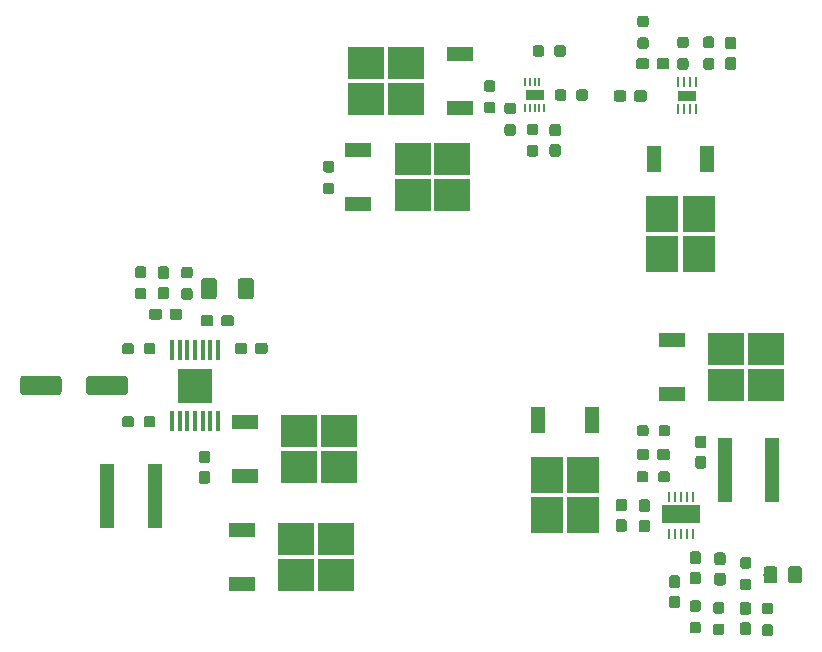
<source format=gbr>
%TF.GenerationSoftware,KiCad,Pcbnew,(5.1.4)-1*%
%TF.CreationDate,2021-10-06T22:06:40+03:00*%
%TF.ProjectId,IRBE_elektro_bar,49524245-5f65-46c6-956b-74726f5f6261,rev?*%
%TF.SameCoordinates,Original*%
%TF.FileFunction,Paste,Top*%
%TF.FilePolarity,Positive*%
%FSLAX46Y46*%
G04 Gerber Fmt 4.6, Leading zero omitted, Abs format (unit mm)*
G04 Created by KiCad (PCBNEW (5.1.4)-1) date 2021-10-06 22:06:40*
%MOMM*%
%LPD*%
G04 APERTURE LIST*
%ADD10R,3.300000X1.650000*%
%ADD11R,0.240000X0.900000*%
%ADD12C,0.100000*%
%ADD13C,0.950000*%
%ADD14R,1.600000X0.900000*%
%ADD15R,0.250000X0.900000*%
%ADD16R,1.500000X0.900000*%
%ADD17R,0.200000X0.800000*%
%ADD18C,1.325000*%
%ADD19C,1.600000*%
%ADD20C,1.175000*%
%ADD21R,1.250000X5.500000*%
%ADD22R,2.750000X3.050000*%
%ADD23R,1.200000X2.200000*%
%ADD24R,2.200000X1.200000*%
%ADD25R,3.050000X2.750000*%
%ADD26R,0.420000X1.780000*%
%ADD27R,3.000000X3.000000*%
G04 APERTURE END LIST*
D10*
%TO.C,U4*%
X88950000Y-159900000D03*
D11*
X87950000Y-158450000D03*
X88450000Y-158450000D03*
X88950000Y-158450000D03*
X89950000Y-158450000D03*
X89450000Y-158450000D03*
X89950000Y-161550000D03*
X89450000Y-161550000D03*
X88950000Y-161550000D03*
X88450000Y-161550000D03*
X87950000Y-161550000D03*
%TD*%
D12*
%TO.C,R11*%
G36*
X44221079Y-151618744D02*
G01*
X44244134Y-151622163D01*
X44266743Y-151627827D01*
X44288687Y-151635679D01*
X44309757Y-151645644D01*
X44329748Y-151657626D01*
X44348468Y-151671510D01*
X44365738Y-151687162D01*
X44381390Y-151704432D01*
X44395274Y-151723152D01*
X44407256Y-151743143D01*
X44417221Y-151764213D01*
X44425073Y-151786157D01*
X44430737Y-151808766D01*
X44434156Y-151831821D01*
X44435300Y-151855100D01*
X44435300Y-152330100D01*
X44434156Y-152353379D01*
X44430737Y-152376434D01*
X44425073Y-152399043D01*
X44417221Y-152420987D01*
X44407256Y-152442057D01*
X44395274Y-152462048D01*
X44381390Y-152480768D01*
X44365738Y-152498038D01*
X44348468Y-152513690D01*
X44329748Y-152527574D01*
X44309757Y-152539556D01*
X44288687Y-152549521D01*
X44266743Y-152557373D01*
X44244134Y-152563037D01*
X44221079Y-152566456D01*
X44197800Y-152567600D01*
X43697800Y-152567600D01*
X43674521Y-152566456D01*
X43651466Y-152563037D01*
X43628857Y-152557373D01*
X43606913Y-152549521D01*
X43585843Y-152539556D01*
X43565852Y-152527574D01*
X43547132Y-152513690D01*
X43529862Y-152498038D01*
X43514210Y-152480768D01*
X43500326Y-152462048D01*
X43488344Y-152442057D01*
X43478379Y-152420987D01*
X43470527Y-152399043D01*
X43464863Y-152376434D01*
X43461444Y-152353379D01*
X43460300Y-152330100D01*
X43460300Y-151855100D01*
X43461444Y-151831821D01*
X43464863Y-151808766D01*
X43470527Y-151786157D01*
X43478379Y-151764213D01*
X43488344Y-151743143D01*
X43500326Y-151723152D01*
X43514210Y-151704432D01*
X43529862Y-151687162D01*
X43547132Y-151671510D01*
X43565852Y-151657626D01*
X43585843Y-151645644D01*
X43606913Y-151635679D01*
X43628857Y-151627827D01*
X43651466Y-151622163D01*
X43674521Y-151618744D01*
X43697800Y-151617600D01*
X44197800Y-151617600D01*
X44221079Y-151618744D01*
X44221079Y-151618744D01*
G37*
D13*
X43947800Y-152092600D03*
D12*
G36*
X42396079Y-151618744D02*
G01*
X42419134Y-151622163D01*
X42441743Y-151627827D01*
X42463687Y-151635679D01*
X42484757Y-151645644D01*
X42504748Y-151657626D01*
X42523468Y-151671510D01*
X42540738Y-151687162D01*
X42556390Y-151704432D01*
X42570274Y-151723152D01*
X42582256Y-151743143D01*
X42592221Y-151764213D01*
X42600073Y-151786157D01*
X42605737Y-151808766D01*
X42609156Y-151831821D01*
X42610300Y-151855100D01*
X42610300Y-152330100D01*
X42609156Y-152353379D01*
X42605737Y-152376434D01*
X42600073Y-152399043D01*
X42592221Y-152420987D01*
X42582256Y-152442057D01*
X42570274Y-152462048D01*
X42556390Y-152480768D01*
X42540738Y-152498038D01*
X42523468Y-152513690D01*
X42504748Y-152527574D01*
X42484757Y-152539556D01*
X42463687Y-152549521D01*
X42441743Y-152557373D01*
X42419134Y-152563037D01*
X42396079Y-152566456D01*
X42372800Y-152567600D01*
X41872800Y-152567600D01*
X41849521Y-152566456D01*
X41826466Y-152563037D01*
X41803857Y-152557373D01*
X41781913Y-152549521D01*
X41760843Y-152539556D01*
X41740852Y-152527574D01*
X41722132Y-152513690D01*
X41704862Y-152498038D01*
X41689210Y-152480768D01*
X41675326Y-152462048D01*
X41663344Y-152442057D01*
X41653379Y-152420987D01*
X41645527Y-152399043D01*
X41639863Y-152376434D01*
X41636444Y-152353379D01*
X41635300Y-152330100D01*
X41635300Y-151855100D01*
X41636444Y-151831821D01*
X41639863Y-151808766D01*
X41645527Y-151786157D01*
X41653379Y-151764213D01*
X41663344Y-151743143D01*
X41675326Y-151723152D01*
X41689210Y-151704432D01*
X41704862Y-151687162D01*
X41722132Y-151671510D01*
X41740852Y-151657626D01*
X41760843Y-151645644D01*
X41781913Y-151635679D01*
X41803857Y-151627827D01*
X41826466Y-151622163D01*
X41849521Y-151618744D01*
X41872800Y-151617600D01*
X42372800Y-151617600D01*
X42396079Y-151618744D01*
X42396079Y-151618744D01*
G37*
D13*
X42122800Y-152092600D03*
%TD*%
D14*
%TO.C,U2*%
X89453200Y-124481800D03*
D15*
X90178200Y-125606800D03*
X89678200Y-125606800D03*
X89178200Y-125606800D03*
X88678200Y-125606800D03*
X88678200Y-123306800D03*
X89178200Y-123306800D03*
X89678200Y-123306800D03*
X90178200Y-123306800D03*
%TD*%
D16*
%TO.C,U1*%
X76589200Y-124448200D03*
D17*
X77364200Y-125523200D03*
X76964200Y-125523200D03*
X76564200Y-125523200D03*
X76164200Y-125523200D03*
X75764200Y-125523200D03*
X75764200Y-123323200D03*
X76164200Y-123323200D03*
X76564200Y-123323200D03*
X76964200Y-123323200D03*
%TD*%
D12*
%TO.C,C1*%
G36*
X86032179Y-121307344D02*
G01*
X86055234Y-121310763D01*
X86077843Y-121316427D01*
X86099787Y-121324279D01*
X86120857Y-121334244D01*
X86140848Y-121346226D01*
X86159568Y-121360110D01*
X86176838Y-121375762D01*
X86192490Y-121393032D01*
X86206374Y-121411752D01*
X86218356Y-121431743D01*
X86228321Y-121452813D01*
X86236173Y-121474757D01*
X86241837Y-121497366D01*
X86245256Y-121520421D01*
X86246400Y-121543700D01*
X86246400Y-122018700D01*
X86245256Y-122041979D01*
X86241837Y-122065034D01*
X86236173Y-122087643D01*
X86228321Y-122109587D01*
X86218356Y-122130657D01*
X86206374Y-122150648D01*
X86192490Y-122169368D01*
X86176838Y-122186638D01*
X86159568Y-122202290D01*
X86140848Y-122216174D01*
X86120857Y-122228156D01*
X86099787Y-122238121D01*
X86077843Y-122245973D01*
X86055234Y-122251637D01*
X86032179Y-122255056D01*
X86008900Y-122256200D01*
X85408900Y-122256200D01*
X85385621Y-122255056D01*
X85362566Y-122251637D01*
X85339957Y-122245973D01*
X85318013Y-122238121D01*
X85296943Y-122228156D01*
X85276952Y-122216174D01*
X85258232Y-122202290D01*
X85240962Y-122186638D01*
X85225310Y-122169368D01*
X85211426Y-122150648D01*
X85199444Y-122130657D01*
X85189479Y-122109587D01*
X85181627Y-122087643D01*
X85175963Y-122065034D01*
X85172544Y-122041979D01*
X85171400Y-122018700D01*
X85171400Y-121543700D01*
X85172544Y-121520421D01*
X85175963Y-121497366D01*
X85181627Y-121474757D01*
X85189479Y-121452813D01*
X85199444Y-121431743D01*
X85211426Y-121411752D01*
X85225310Y-121393032D01*
X85240962Y-121375762D01*
X85258232Y-121360110D01*
X85276952Y-121346226D01*
X85296943Y-121334244D01*
X85318013Y-121324279D01*
X85339957Y-121316427D01*
X85362566Y-121310763D01*
X85385621Y-121307344D01*
X85408900Y-121306200D01*
X86008900Y-121306200D01*
X86032179Y-121307344D01*
X86032179Y-121307344D01*
G37*
D13*
X85708900Y-121781200D03*
D12*
G36*
X87757179Y-121307344D02*
G01*
X87780234Y-121310763D01*
X87802843Y-121316427D01*
X87824787Y-121324279D01*
X87845857Y-121334244D01*
X87865848Y-121346226D01*
X87884568Y-121360110D01*
X87901838Y-121375762D01*
X87917490Y-121393032D01*
X87931374Y-121411752D01*
X87943356Y-121431743D01*
X87953321Y-121452813D01*
X87961173Y-121474757D01*
X87966837Y-121497366D01*
X87970256Y-121520421D01*
X87971400Y-121543700D01*
X87971400Y-122018700D01*
X87970256Y-122041979D01*
X87966837Y-122065034D01*
X87961173Y-122087643D01*
X87953321Y-122109587D01*
X87943356Y-122130657D01*
X87931374Y-122150648D01*
X87917490Y-122169368D01*
X87901838Y-122186638D01*
X87884568Y-122202290D01*
X87865848Y-122216174D01*
X87845857Y-122228156D01*
X87824787Y-122238121D01*
X87802843Y-122245973D01*
X87780234Y-122251637D01*
X87757179Y-122255056D01*
X87733900Y-122256200D01*
X87133900Y-122256200D01*
X87110621Y-122255056D01*
X87087566Y-122251637D01*
X87064957Y-122245973D01*
X87043013Y-122238121D01*
X87021943Y-122228156D01*
X87001952Y-122216174D01*
X86983232Y-122202290D01*
X86965962Y-122186638D01*
X86950310Y-122169368D01*
X86936426Y-122150648D01*
X86924444Y-122130657D01*
X86914479Y-122109587D01*
X86906627Y-122087643D01*
X86900963Y-122065034D01*
X86897544Y-122041979D01*
X86896400Y-122018700D01*
X86896400Y-121543700D01*
X86897544Y-121520421D01*
X86900963Y-121497366D01*
X86906627Y-121474757D01*
X86914479Y-121452813D01*
X86924444Y-121431743D01*
X86936426Y-121411752D01*
X86950310Y-121393032D01*
X86965962Y-121375762D01*
X86983232Y-121360110D01*
X87001952Y-121346226D01*
X87021943Y-121334244D01*
X87043013Y-121324279D01*
X87064957Y-121316427D01*
X87087566Y-121310763D01*
X87110621Y-121307344D01*
X87133900Y-121306200D01*
X87733900Y-121306200D01*
X87757179Y-121307344D01*
X87757179Y-121307344D01*
G37*
D13*
X87433900Y-121781200D03*
%TD*%
D12*
%TO.C,C2*%
G36*
X85826779Y-124025144D02*
G01*
X85849834Y-124028563D01*
X85872443Y-124034227D01*
X85894387Y-124042079D01*
X85915457Y-124052044D01*
X85935448Y-124064026D01*
X85954168Y-124077910D01*
X85971438Y-124093562D01*
X85987090Y-124110832D01*
X86000974Y-124129552D01*
X86012956Y-124149543D01*
X86022921Y-124170613D01*
X86030773Y-124192557D01*
X86036437Y-124215166D01*
X86039856Y-124238221D01*
X86041000Y-124261500D01*
X86041000Y-124736500D01*
X86039856Y-124759779D01*
X86036437Y-124782834D01*
X86030773Y-124805443D01*
X86022921Y-124827387D01*
X86012956Y-124848457D01*
X86000974Y-124868448D01*
X85987090Y-124887168D01*
X85971438Y-124904438D01*
X85954168Y-124920090D01*
X85935448Y-124933974D01*
X85915457Y-124945956D01*
X85894387Y-124955921D01*
X85872443Y-124963773D01*
X85849834Y-124969437D01*
X85826779Y-124972856D01*
X85803500Y-124974000D01*
X85203500Y-124974000D01*
X85180221Y-124972856D01*
X85157166Y-124969437D01*
X85134557Y-124963773D01*
X85112613Y-124955921D01*
X85091543Y-124945956D01*
X85071552Y-124933974D01*
X85052832Y-124920090D01*
X85035562Y-124904438D01*
X85019910Y-124887168D01*
X85006026Y-124868448D01*
X84994044Y-124848457D01*
X84984079Y-124827387D01*
X84976227Y-124805443D01*
X84970563Y-124782834D01*
X84967144Y-124759779D01*
X84966000Y-124736500D01*
X84966000Y-124261500D01*
X84967144Y-124238221D01*
X84970563Y-124215166D01*
X84976227Y-124192557D01*
X84984079Y-124170613D01*
X84994044Y-124149543D01*
X85006026Y-124129552D01*
X85019910Y-124110832D01*
X85035562Y-124093562D01*
X85052832Y-124077910D01*
X85071552Y-124064026D01*
X85091543Y-124052044D01*
X85112613Y-124042079D01*
X85134557Y-124034227D01*
X85157166Y-124028563D01*
X85180221Y-124025144D01*
X85203500Y-124024000D01*
X85803500Y-124024000D01*
X85826779Y-124025144D01*
X85826779Y-124025144D01*
G37*
D13*
X85503500Y-124499000D03*
D12*
G36*
X84101779Y-124025144D02*
G01*
X84124834Y-124028563D01*
X84147443Y-124034227D01*
X84169387Y-124042079D01*
X84190457Y-124052044D01*
X84210448Y-124064026D01*
X84229168Y-124077910D01*
X84246438Y-124093562D01*
X84262090Y-124110832D01*
X84275974Y-124129552D01*
X84287956Y-124149543D01*
X84297921Y-124170613D01*
X84305773Y-124192557D01*
X84311437Y-124215166D01*
X84314856Y-124238221D01*
X84316000Y-124261500D01*
X84316000Y-124736500D01*
X84314856Y-124759779D01*
X84311437Y-124782834D01*
X84305773Y-124805443D01*
X84297921Y-124827387D01*
X84287956Y-124848457D01*
X84275974Y-124868448D01*
X84262090Y-124887168D01*
X84246438Y-124904438D01*
X84229168Y-124920090D01*
X84210448Y-124933974D01*
X84190457Y-124945956D01*
X84169387Y-124955921D01*
X84147443Y-124963773D01*
X84124834Y-124969437D01*
X84101779Y-124972856D01*
X84078500Y-124974000D01*
X83478500Y-124974000D01*
X83455221Y-124972856D01*
X83432166Y-124969437D01*
X83409557Y-124963773D01*
X83387613Y-124955921D01*
X83366543Y-124945956D01*
X83346552Y-124933974D01*
X83327832Y-124920090D01*
X83310562Y-124904438D01*
X83294910Y-124887168D01*
X83281026Y-124868448D01*
X83269044Y-124848457D01*
X83259079Y-124827387D01*
X83251227Y-124805443D01*
X83245563Y-124782834D01*
X83242144Y-124759779D01*
X83241000Y-124736500D01*
X83241000Y-124261500D01*
X83242144Y-124238221D01*
X83245563Y-124215166D01*
X83251227Y-124192557D01*
X83259079Y-124170613D01*
X83269044Y-124149543D01*
X83281026Y-124129552D01*
X83294910Y-124110832D01*
X83310562Y-124093562D01*
X83327832Y-124077910D01*
X83346552Y-124064026D01*
X83366543Y-124052044D01*
X83387613Y-124042079D01*
X83409557Y-124034227D01*
X83432166Y-124028563D01*
X83455221Y-124025144D01*
X83478500Y-124024000D01*
X84078500Y-124024000D01*
X84101779Y-124025144D01*
X84101779Y-124025144D01*
G37*
D13*
X83778500Y-124499000D03*
%TD*%
D12*
%TO.C,C3*%
G36*
X93417379Y-119483244D02*
G01*
X93440434Y-119486663D01*
X93463043Y-119492327D01*
X93484987Y-119500179D01*
X93506057Y-119510144D01*
X93526048Y-119522126D01*
X93544768Y-119536010D01*
X93562038Y-119551662D01*
X93577690Y-119568932D01*
X93591574Y-119587652D01*
X93603556Y-119607643D01*
X93613521Y-119628713D01*
X93621373Y-119650657D01*
X93627037Y-119673266D01*
X93630456Y-119696321D01*
X93631600Y-119719600D01*
X93631600Y-120319600D01*
X93630456Y-120342879D01*
X93627037Y-120365934D01*
X93621373Y-120388543D01*
X93613521Y-120410487D01*
X93603556Y-120431557D01*
X93591574Y-120451548D01*
X93577690Y-120470268D01*
X93562038Y-120487538D01*
X93544768Y-120503190D01*
X93526048Y-120517074D01*
X93506057Y-120529056D01*
X93484987Y-120539021D01*
X93463043Y-120546873D01*
X93440434Y-120552537D01*
X93417379Y-120555956D01*
X93394100Y-120557100D01*
X92919100Y-120557100D01*
X92895821Y-120555956D01*
X92872766Y-120552537D01*
X92850157Y-120546873D01*
X92828213Y-120539021D01*
X92807143Y-120529056D01*
X92787152Y-120517074D01*
X92768432Y-120503190D01*
X92751162Y-120487538D01*
X92735510Y-120470268D01*
X92721626Y-120451548D01*
X92709644Y-120431557D01*
X92699679Y-120410487D01*
X92691827Y-120388543D01*
X92686163Y-120365934D01*
X92682744Y-120342879D01*
X92681600Y-120319600D01*
X92681600Y-119719600D01*
X92682744Y-119696321D01*
X92686163Y-119673266D01*
X92691827Y-119650657D01*
X92699679Y-119628713D01*
X92709644Y-119607643D01*
X92721626Y-119587652D01*
X92735510Y-119568932D01*
X92751162Y-119551662D01*
X92768432Y-119536010D01*
X92787152Y-119522126D01*
X92807143Y-119510144D01*
X92828213Y-119500179D01*
X92850157Y-119492327D01*
X92872766Y-119486663D01*
X92895821Y-119483244D01*
X92919100Y-119482100D01*
X93394100Y-119482100D01*
X93417379Y-119483244D01*
X93417379Y-119483244D01*
G37*
D13*
X93156600Y-120019600D03*
D12*
G36*
X93417379Y-121208244D02*
G01*
X93440434Y-121211663D01*
X93463043Y-121217327D01*
X93484987Y-121225179D01*
X93506057Y-121235144D01*
X93526048Y-121247126D01*
X93544768Y-121261010D01*
X93562038Y-121276662D01*
X93577690Y-121293932D01*
X93591574Y-121312652D01*
X93603556Y-121332643D01*
X93613521Y-121353713D01*
X93621373Y-121375657D01*
X93627037Y-121398266D01*
X93630456Y-121421321D01*
X93631600Y-121444600D01*
X93631600Y-122044600D01*
X93630456Y-122067879D01*
X93627037Y-122090934D01*
X93621373Y-122113543D01*
X93613521Y-122135487D01*
X93603556Y-122156557D01*
X93591574Y-122176548D01*
X93577690Y-122195268D01*
X93562038Y-122212538D01*
X93544768Y-122228190D01*
X93526048Y-122242074D01*
X93506057Y-122254056D01*
X93484987Y-122264021D01*
X93463043Y-122271873D01*
X93440434Y-122277537D01*
X93417379Y-122280956D01*
X93394100Y-122282100D01*
X92919100Y-122282100D01*
X92895821Y-122280956D01*
X92872766Y-122277537D01*
X92850157Y-122271873D01*
X92828213Y-122264021D01*
X92807143Y-122254056D01*
X92787152Y-122242074D01*
X92768432Y-122228190D01*
X92751162Y-122212538D01*
X92735510Y-122195268D01*
X92721626Y-122176548D01*
X92709644Y-122156557D01*
X92699679Y-122135487D01*
X92691827Y-122113543D01*
X92686163Y-122090934D01*
X92682744Y-122067879D01*
X92681600Y-122044600D01*
X92681600Y-121444600D01*
X92682744Y-121421321D01*
X92686163Y-121398266D01*
X92691827Y-121375657D01*
X92699679Y-121353713D01*
X92709644Y-121332643D01*
X92721626Y-121312652D01*
X92735510Y-121293932D01*
X92751162Y-121276662D01*
X92768432Y-121261010D01*
X92787152Y-121247126D01*
X92807143Y-121235144D01*
X92828213Y-121225179D01*
X92850157Y-121217327D01*
X92872766Y-121211663D01*
X92895821Y-121208244D01*
X92919100Y-121207100D01*
X93394100Y-121207100D01*
X93417379Y-121208244D01*
X93417379Y-121208244D01*
G37*
D13*
X93156600Y-121744600D03*
%TD*%
D12*
%TO.C,C4*%
G36*
X78551779Y-126858244D02*
G01*
X78574834Y-126861663D01*
X78597443Y-126867327D01*
X78619387Y-126875179D01*
X78640457Y-126885144D01*
X78660448Y-126897126D01*
X78679168Y-126911010D01*
X78696438Y-126926662D01*
X78712090Y-126943932D01*
X78725974Y-126962652D01*
X78737956Y-126982643D01*
X78747921Y-127003713D01*
X78755773Y-127025657D01*
X78761437Y-127048266D01*
X78764856Y-127071321D01*
X78766000Y-127094600D01*
X78766000Y-127694600D01*
X78764856Y-127717879D01*
X78761437Y-127740934D01*
X78755773Y-127763543D01*
X78747921Y-127785487D01*
X78737956Y-127806557D01*
X78725974Y-127826548D01*
X78712090Y-127845268D01*
X78696438Y-127862538D01*
X78679168Y-127878190D01*
X78660448Y-127892074D01*
X78640457Y-127904056D01*
X78619387Y-127914021D01*
X78597443Y-127921873D01*
X78574834Y-127927537D01*
X78551779Y-127930956D01*
X78528500Y-127932100D01*
X78053500Y-127932100D01*
X78030221Y-127930956D01*
X78007166Y-127927537D01*
X77984557Y-127921873D01*
X77962613Y-127914021D01*
X77941543Y-127904056D01*
X77921552Y-127892074D01*
X77902832Y-127878190D01*
X77885562Y-127862538D01*
X77869910Y-127845268D01*
X77856026Y-127826548D01*
X77844044Y-127806557D01*
X77834079Y-127785487D01*
X77826227Y-127763543D01*
X77820563Y-127740934D01*
X77817144Y-127717879D01*
X77816000Y-127694600D01*
X77816000Y-127094600D01*
X77817144Y-127071321D01*
X77820563Y-127048266D01*
X77826227Y-127025657D01*
X77834079Y-127003713D01*
X77844044Y-126982643D01*
X77856026Y-126962652D01*
X77869910Y-126943932D01*
X77885562Y-126926662D01*
X77902832Y-126911010D01*
X77921552Y-126897126D01*
X77941543Y-126885144D01*
X77962613Y-126875179D01*
X77984557Y-126867327D01*
X78007166Y-126861663D01*
X78030221Y-126858244D01*
X78053500Y-126857100D01*
X78528500Y-126857100D01*
X78551779Y-126858244D01*
X78551779Y-126858244D01*
G37*
D13*
X78291000Y-127394600D03*
D12*
G36*
X78551779Y-128583244D02*
G01*
X78574834Y-128586663D01*
X78597443Y-128592327D01*
X78619387Y-128600179D01*
X78640457Y-128610144D01*
X78660448Y-128622126D01*
X78679168Y-128636010D01*
X78696438Y-128651662D01*
X78712090Y-128668932D01*
X78725974Y-128687652D01*
X78737956Y-128707643D01*
X78747921Y-128728713D01*
X78755773Y-128750657D01*
X78761437Y-128773266D01*
X78764856Y-128796321D01*
X78766000Y-128819600D01*
X78766000Y-129419600D01*
X78764856Y-129442879D01*
X78761437Y-129465934D01*
X78755773Y-129488543D01*
X78747921Y-129510487D01*
X78737956Y-129531557D01*
X78725974Y-129551548D01*
X78712090Y-129570268D01*
X78696438Y-129587538D01*
X78679168Y-129603190D01*
X78660448Y-129617074D01*
X78640457Y-129629056D01*
X78619387Y-129639021D01*
X78597443Y-129646873D01*
X78574834Y-129652537D01*
X78551779Y-129655956D01*
X78528500Y-129657100D01*
X78053500Y-129657100D01*
X78030221Y-129655956D01*
X78007166Y-129652537D01*
X77984557Y-129646873D01*
X77962613Y-129639021D01*
X77941543Y-129629056D01*
X77921552Y-129617074D01*
X77902832Y-129603190D01*
X77885562Y-129587538D01*
X77869910Y-129570268D01*
X77856026Y-129551548D01*
X77844044Y-129531557D01*
X77834079Y-129510487D01*
X77826227Y-129488543D01*
X77820563Y-129465934D01*
X77817144Y-129442879D01*
X77816000Y-129419600D01*
X77816000Y-128819600D01*
X77817144Y-128796321D01*
X77820563Y-128773266D01*
X77826227Y-128750657D01*
X77834079Y-128728713D01*
X77844044Y-128707643D01*
X77856026Y-128687652D01*
X77869910Y-128668932D01*
X77885562Y-128651662D01*
X77902832Y-128636010D01*
X77921552Y-128622126D01*
X77941543Y-128610144D01*
X77962613Y-128600179D01*
X77984557Y-128592327D01*
X78007166Y-128586663D01*
X78030221Y-128583244D01*
X78053500Y-128582100D01*
X78528500Y-128582100D01*
X78551779Y-128583244D01*
X78551779Y-128583244D01*
G37*
D13*
X78291000Y-129119600D03*
%TD*%
D12*
%TO.C,C5*%
G36*
X49414005Y-139916204D02*
G01*
X49438273Y-139919804D01*
X49462072Y-139925765D01*
X49485171Y-139934030D01*
X49507350Y-139944520D01*
X49528393Y-139957132D01*
X49548099Y-139971747D01*
X49566277Y-139988223D01*
X49582753Y-140006401D01*
X49597368Y-140026107D01*
X49609980Y-140047150D01*
X49620470Y-140069329D01*
X49628735Y-140092428D01*
X49634696Y-140116227D01*
X49638296Y-140140495D01*
X49639500Y-140164999D01*
X49639500Y-141465001D01*
X49638296Y-141489505D01*
X49634696Y-141513773D01*
X49628735Y-141537572D01*
X49620470Y-141560671D01*
X49609980Y-141582850D01*
X49597368Y-141603893D01*
X49582753Y-141623599D01*
X49566277Y-141641777D01*
X49548099Y-141658253D01*
X49528393Y-141672868D01*
X49507350Y-141685480D01*
X49485171Y-141695970D01*
X49462072Y-141704235D01*
X49438273Y-141710196D01*
X49414005Y-141713796D01*
X49389501Y-141715000D01*
X48564499Y-141715000D01*
X48539995Y-141713796D01*
X48515727Y-141710196D01*
X48491928Y-141704235D01*
X48468829Y-141695970D01*
X48446650Y-141685480D01*
X48425607Y-141672868D01*
X48405901Y-141658253D01*
X48387723Y-141641777D01*
X48371247Y-141623599D01*
X48356632Y-141603893D01*
X48344020Y-141582850D01*
X48333530Y-141560671D01*
X48325265Y-141537572D01*
X48319304Y-141513773D01*
X48315704Y-141489505D01*
X48314500Y-141465001D01*
X48314500Y-140164999D01*
X48315704Y-140140495D01*
X48319304Y-140116227D01*
X48325265Y-140092428D01*
X48333530Y-140069329D01*
X48344020Y-140047150D01*
X48356632Y-140026107D01*
X48371247Y-140006401D01*
X48387723Y-139988223D01*
X48405901Y-139971747D01*
X48425607Y-139957132D01*
X48446650Y-139944520D01*
X48468829Y-139934030D01*
X48491928Y-139925765D01*
X48515727Y-139919804D01*
X48539995Y-139916204D01*
X48564499Y-139915000D01*
X49389501Y-139915000D01*
X49414005Y-139916204D01*
X49414005Y-139916204D01*
G37*
D18*
X48977000Y-140815000D03*
D12*
G36*
X52539005Y-139916204D02*
G01*
X52563273Y-139919804D01*
X52587072Y-139925765D01*
X52610171Y-139934030D01*
X52632350Y-139944520D01*
X52653393Y-139957132D01*
X52673099Y-139971747D01*
X52691277Y-139988223D01*
X52707753Y-140006401D01*
X52722368Y-140026107D01*
X52734980Y-140047150D01*
X52745470Y-140069329D01*
X52753735Y-140092428D01*
X52759696Y-140116227D01*
X52763296Y-140140495D01*
X52764500Y-140164999D01*
X52764500Y-141465001D01*
X52763296Y-141489505D01*
X52759696Y-141513773D01*
X52753735Y-141537572D01*
X52745470Y-141560671D01*
X52734980Y-141582850D01*
X52722368Y-141603893D01*
X52707753Y-141623599D01*
X52691277Y-141641777D01*
X52673099Y-141658253D01*
X52653393Y-141672868D01*
X52632350Y-141685480D01*
X52610171Y-141695970D01*
X52587072Y-141704235D01*
X52563273Y-141710196D01*
X52539005Y-141713796D01*
X52514501Y-141715000D01*
X51689499Y-141715000D01*
X51664995Y-141713796D01*
X51640727Y-141710196D01*
X51616928Y-141704235D01*
X51593829Y-141695970D01*
X51571650Y-141685480D01*
X51550607Y-141672868D01*
X51530901Y-141658253D01*
X51512723Y-141641777D01*
X51496247Y-141623599D01*
X51481632Y-141603893D01*
X51469020Y-141582850D01*
X51458530Y-141560671D01*
X51450265Y-141537572D01*
X51444304Y-141513773D01*
X51440704Y-141489505D01*
X51439500Y-141465001D01*
X51439500Y-140164999D01*
X51440704Y-140140495D01*
X51444304Y-140116227D01*
X51450265Y-140092428D01*
X51458530Y-140069329D01*
X51469020Y-140047150D01*
X51481632Y-140026107D01*
X51496247Y-140006401D01*
X51512723Y-139988223D01*
X51530901Y-139971747D01*
X51550607Y-139957132D01*
X51571650Y-139944520D01*
X51593829Y-139934030D01*
X51616928Y-139925765D01*
X51640727Y-139919804D01*
X51664995Y-139916204D01*
X51689499Y-139915000D01*
X52514501Y-139915000D01*
X52539005Y-139916204D01*
X52539005Y-139916204D01*
G37*
D18*
X52102000Y-140815000D03*
%TD*%
D12*
%TO.C,C6*%
G36*
X49147879Y-143058944D02*
G01*
X49170934Y-143062363D01*
X49193543Y-143068027D01*
X49215487Y-143075879D01*
X49236557Y-143085844D01*
X49256548Y-143097826D01*
X49275268Y-143111710D01*
X49292538Y-143127362D01*
X49308190Y-143144632D01*
X49322074Y-143163352D01*
X49334056Y-143183343D01*
X49344021Y-143204413D01*
X49351873Y-143226357D01*
X49357537Y-143248966D01*
X49360956Y-143272021D01*
X49362100Y-143295300D01*
X49362100Y-143770300D01*
X49360956Y-143793579D01*
X49357537Y-143816634D01*
X49351873Y-143839243D01*
X49344021Y-143861187D01*
X49334056Y-143882257D01*
X49322074Y-143902248D01*
X49308190Y-143920968D01*
X49292538Y-143938238D01*
X49275268Y-143953890D01*
X49256548Y-143967774D01*
X49236557Y-143979756D01*
X49215487Y-143989721D01*
X49193543Y-143997573D01*
X49170934Y-144003237D01*
X49147879Y-144006656D01*
X49124600Y-144007800D01*
X48524600Y-144007800D01*
X48501321Y-144006656D01*
X48478266Y-144003237D01*
X48455657Y-143997573D01*
X48433713Y-143989721D01*
X48412643Y-143979756D01*
X48392652Y-143967774D01*
X48373932Y-143953890D01*
X48356662Y-143938238D01*
X48341010Y-143920968D01*
X48327126Y-143902248D01*
X48315144Y-143882257D01*
X48305179Y-143861187D01*
X48297327Y-143839243D01*
X48291663Y-143816634D01*
X48288244Y-143793579D01*
X48287100Y-143770300D01*
X48287100Y-143295300D01*
X48288244Y-143272021D01*
X48291663Y-143248966D01*
X48297327Y-143226357D01*
X48305179Y-143204413D01*
X48315144Y-143183343D01*
X48327126Y-143163352D01*
X48341010Y-143144632D01*
X48356662Y-143127362D01*
X48373932Y-143111710D01*
X48392652Y-143097826D01*
X48412643Y-143085844D01*
X48433713Y-143075879D01*
X48455657Y-143068027D01*
X48478266Y-143062363D01*
X48501321Y-143058944D01*
X48524600Y-143057800D01*
X49124600Y-143057800D01*
X49147879Y-143058944D01*
X49147879Y-143058944D01*
G37*
D13*
X48824600Y-143532800D03*
D12*
G36*
X50872879Y-143058944D02*
G01*
X50895934Y-143062363D01*
X50918543Y-143068027D01*
X50940487Y-143075879D01*
X50961557Y-143085844D01*
X50981548Y-143097826D01*
X51000268Y-143111710D01*
X51017538Y-143127362D01*
X51033190Y-143144632D01*
X51047074Y-143163352D01*
X51059056Y-143183343D01*
X51069021Y-143204413D01*
X51076873Y-143226357D01*
X51082537Y-143248966D01*
X51085956Y-143272021D01*
X51087100Y-143295300D01*
X51087100Y-143770300D01*
X51085956Y-143793579D01*
X51082537Y-143816634D01*
X51076873Y-143839243D01*
X51069021Y-143861187D01*
X51059056Y-143882257D01*
X51047074Y-143902248D01*
X51033190Y-143920968D01*
X51017538Y-143938238D01*
X51000268Y-143953890D01*
X50981548Y-143967774D01*
X50961557Y-143979756D01*
X50940487Y-143989721D01*
X50918543Y-143997573D01*
X50895934Y-144003237D01*
X50872879Y-144006656D01*
X50849600Y-144007800D01*
X50249600Y-144007800D01*
X50226321Y-144006656D01*
X50203266Y-144003237D01*
X50180657Y-143997573D01*
X50158713Y-143989721D01*
X50137643Y-143979756D01*
X50117652Y-143967774D01*
X50098932Y-143953890D01*
X50081662Y-143938238D01*
X50066010Y-143920968D01*
X50052126Y-143902248D01*
X50040144Y-143882257D01*
X50030179Y-143861187D01*
X50022327Y-143839243D01*
X50016663Y-143816634D01*
X50013244Y-143793579D01*
X50012100Y-143770300D01*
X50012100Y-143295300D01*
X50013244Y-143272021D01*
X50016663Y-143248966D01*
X50022327Y-143226357D01*
X50030179Y-143204413D01*
X50040144Y-143183343D01*
X50052126Y-143163352D01*
X50066010Y-143144632D01*
X50081662Y-143127362D01*
X50098932Y-143111710D01*
X50117652Y-143097826D01*
X50137643Y-143085844D01*
X50158713Y-143075879D01*
X50180657Y-143068027D01*
X50203266Y-143062363D01*
X50226321Y-143058944D01*
X50249600Y-143057800D01*
X50849600Y-143057800D01*
X50872879Y-143058944D01*
X50872879Y-143058944D01*
G37*
D13*
X50549600Y-143532800D03*
%TD*%
D12*
%TO.C,C7*%
G36*
X53735779Y-145395744D02*
G01*
X53758834Y-145399163D01*
X53781443Y-145404827D01*
X53803387Y-145412679D01*
X53824457Y-145422644D01*
X53844448Y-145434626D01*
X53863168Y-145448510D01*
X53880438Y-145464162D01*
X53896090Y-145481432D01*
X53909974Y-145500152D01*
X53921956Y-145520143D01*
X53931921Y-145541213D01*
X53939773Y-145563157D01*
X53945437Y-145585766D01*
X53948856Y-145608821D01*
X53950000Y-145632100D01*
X53950000Y-146107100D01*
X53948856Y-146130379D01*
X53945437Y-146153434D01*
X53939773Y-146176043D01*
X53931921Y-146197987D01*
X53921956Y-146219057D01*
X53909974Y-146239048D01*
X53896090Y-146257768D01*
X53880438Y-146275038D01*
X53863168Y-146290690D01*
X53844448Y-146304574D01*
X53824457Y-146316556D01*
X53803387Y-146326521D01*
X53781443Y-146334373D01*
X53758834Y-146340037D01*
X53735779Y-146343456D01*
X53712500Y-146344600D01*
X53112500Y-146344600D01*
X53089221Y-146343456D01*
X53066166Y-146340037D01*
X53043557Y-146334373D01*
X53021613Y-146326521D01*
X53000543Y-146316556D01*
X52980552Y-146304574D01*
X52961832Y-146290690D01*
X52944562Y-146275038D01*
X52928910Y-146257768D01*
X52915026Y-146239048D01*
X52903044Y-146219057D01*
X52893079Y-146197987D01*
X52885227Y-146176043D01*
X52879563Y-146153434D01*
X52876144Y-146130379D01*
X52875000Y-146107100D01*
X52875000Y-145632100D01*
X52876144Y-145608821D01*
X52879563Y-145585766D01*
X52885227Y-145563157D01*
X52893079Y-145541213D01*
X52903044Y-145520143D01*
X52915026Y-145500152D01*
X52928910Y-145481432D01*
X52944562Y-145464162D01*
X52961832Y-145448510D01*
X52980552Y-145434626D01*
X53000543Y-145422644D01*
X53021613Y-145412679D01*
X53043557Y-145404827D01*
X53066166Y-145399163D01*
X53089221Y-145395744D01*
X53112500Y-145394600D01*
X53712500Y-145394600D01*
X53735779Y-145395744D01*
X53735779Y-145395744D01*
G37*
D13*
X53412500Y-145869600D03*
D12*
G36*
X52010779Y-145395744D02*
G01*
X52033834Y-145399163D01*
X52056443Y-145404827D01*
X52078387Y-145412679D01*
X52099457Y-145422644D01*
X52119448Y-145434626D01*
X52138168Y-145448510D01*
X52155438Y-145464162D01*
X52171090Y-145481432D01*
X52184974Y-145500152D01*
X52196956Y-145520143D01*
X52206921Y-145541213D01*
X52214773Y-145563157D01*
X52220437Y-145585766D01*
X52223856Y-145608821D01*
X52225000Y-145632100D01*
X52225000Y-146107100D01*
X52223856Y-146130379D01*
X52220437Y-146153434D01*
X52214773Y-146176043D01*
X52206921Y-146197987D01*
X52196956Y-146219057D01*
X52184974Y-146239048D01*
X52171090Y-146257768D01*
X52155438Y-146275038D01*
X52138168Y-146290690D01*
X52119448Y-146304574D01*
X52099457Y-146316556D01*
X52078387Y-146326521D01*
X52056443Y-146334373D01*
X52033834Y-146340037D01*
X52010779Y-146343456D01*
X51987500Y-146344600D01*
X51387500Y-146344600D01*
X51364221Y-146343456D01*
X51341166Y-146340037D01*
X51318557Y-146334373D01*
X51296613Y-146326521D01*
X51275543Y-146316556D01*
X51255552Y-146304574D01*
X51236832Y-146290690D01*
X51219562Y-146275038D01*
X51203910Y-146257768D01*
X51190026Y-146239048D01*
X51178044Y-146219057D01*
X51168079Y-146197987D01*
X51160227Y-146176043D01*
X51154563Y-146153434D01*
X51151144Y-146130379D01*
X51150000Y-146107100D01*
X51150000Y-145632100D01*
X51151144Y-145608821D01*
X51154563Y-145585766D01*
X51160227Y-145563157D01*
X51168079Y-145541213D01*
X51178044Y-145520143D01*
X51190026Y-145500152D01*
X51203910Y-145481432D01*
X51219562Y-145464162D01*
X51236832Y-145448510D01*
X51255552Y-145434626D01*
X51275543Y-145422644D01*
X51296613Y-145412679D01*
X51318557Y-145404827D01*
X51341166Y-145399163D01*
X51364221Y-145395744D01*
X51387500Y-145394600D01*
X51987500Y-145394600D01*
X52010779Y-145395744D01*
X52010779Y-145395744D01*
G37*
D13*
X51687500Y-145869600D03*
%TD*%
D12*
%TO.C,C8*%
G36*
X46505179Y-142500144D02*
G01*
X46528234Y-142503563D01*
X46550843Y-142509227D01*
X46572787Y-142517079D01*
X46593857Y-142527044D01*
X46613848Y-142539026D01*
X46632568Y-142552910D01*
X46649838Y-142568562D01*
X46665490Y-142585832D01*
X46679374Y-142604552D01*
X46691356Y-142624543D01*
X46701321Y-142645613D01*
X46709173Y-142667557D01*
X46714837Y-142690166D01*
X46718256Y-142713221D01*
X46719400Y-142736500D01*
X46719400Y-143211500D01*
X46718256Y-143234779D01*
X46714837Y-143257834D01*
X46709173Y-143280443D01*
X46701321Y-143302387D01*
X46691356Y-143323457D01*
X46679374Y-143343448D01*
X46665490Y-143362168D01*
X46649838Y-143379438D01*
X46632568Y-143395090D01*
X46613848Y-143408974D01*
X46593857Y-143420956D01*
X46572787Y-143430921D01*
X46550843Y-143438773D01*
X46528234Y-143444437D01*
X46505179Y-143447856D01*
X46481900Y-143449000D01*
X45881900Y-143449000D01*
X45858621Y-143447856D01*
X45835566Y-143444437D01*
X45812957Y-143438773D01*
X45791013Y-143430921D01*
X45769943Y-143420956D01*
X45749952Y-143408974D01*
X45731232Y-143395090D01*
X45713962Y-143379438D01*
X45698310Y-143362168D01*
X45684426Y-143343448D01*
X45672444Y-143323457D01*
X45662479Y-143302387D01*
X45654627Y-143280443D01*
X45648963Y-143257834D01*
X45645544Y-143234779D01*
X45644400Y-143211500D01*
X45644400Y-142736500D01*
X45645544Y-142713221D01*
X45648963Y-142690166D01*
X45654627Y-142667557D01*
X45662479Y-142645613D01*
X45672444Y-142624543D01*
X45684426Y-142604552D01*
X45698310Y-142585832D01*
X45713962Y-142568562D01*
X45731232Y-142552910D01*
X45749952Y-142539026D01*
X45769943Y-142527044D01*
X45791013Y-142517079D01*
X45812957Y-142509227D01*
X45835566Y-142503563D01*
X45858621Y-142500144D01*
X45881900Y-142499000D01*
X46481900Y-142499000D01*
X46505179Y-142500144D01*
X46505179Y-142500144D01*
G37*
D13*
X46181900Y-142974000D03*
D12*
G36*
X44780179Y-142500144D02*
G01*
X44803234Y-142503563D01*
X44825843Y-142509227D01*
X44847787Y-142517079D01*
X44868857Y-142527044D01*
X44888848Y-142539026D01*
X44907568Y-142552910D01*
X44924838Y-142568562D01*
X44940490Y-142585832D01*
X44954374Y-142604552D01*
X44966356Y-142624543D01*
X44976321Y-142645613D01*
X44984173Y-142667557D01*
X44989837Y-142690166D01*
X44993256Y-142713221D01*
X44994400Y-142736500D01*
X44994400Y-143211500D01*
X44993256Y-143234779D01*
X44989837Y-143257834D01*
X44984173Y-143280443D01*
X44976321Y-143302387D01*
X44966356Y-143323457D01*
X44954374Y-143343448D01*
X44940490Y-143362168D01*
X44924838Y-143379438D01*
X44907568Y-143395090D01*
X44888848Y-143408974D01*
X44868857Y-143420956D01*
X44847787Y-143430921D01*
X44825843Y-143438773D01*
X44803234Y-143444437D01*
X44780179Y-143447856D01*
X44756900Y-143449000D01*
X44156900Y-143449000D01*
X44133621Y-143447856D01*
X44110566Y-143444437D01*
X44087957Y-143438773D01*
X44066013Y-143430921D01*
X44044943Y-143420956D01*
X44024952Y-143408974D01*
X44006232Y-143395090D01*
X43988962Y-143379438D01*
X43973310Y-143362168D01*
X43959426Y-143343448D01*
X43947444Y-143323457D01*
X43937479Y-143302387D01*
X43929627Y-143280443D01*
X43923963Y-143257834D01*
X43920544Y-143234779D01*
X43919400Y-143211500D01*
X43919400Y-142736500D01*
X43920544Y-142713221D01*
X43923963Y-142690166D01*
X43929627Y-142667557D01*
X43937479Y-142645613D01*
X43947444Y-142624543D01*
X43959426Y-142604552D01*
X43973310Y-142585832D01*
X43988962Y-142568562D01*
X44006232Y-142552910D01*
X44024952Y-142539026D01*
X44044943Y-142527044D01*
X44066013Y-142517079D01*
X44087957Y-142509227D01*
X44110566Y-142503563D01*
X44133621Y-142500144D01*
X44156900Y-142499000D01*
X44756900Y-142499000D01*
X44780179Y-142500144D01*
X44780179Y-142500144D01*
G37*
D13*
X44456900Y-142974000D03*
%TD*%
D12*
%TO.C,C9*%
G36*
X48856779Y-154529144D02*
G01*
X48879834Y-154532563D01*
X48902443Y-154538227D01*
X48924387Y-154546079D01*
X48945457Y-154556044D01*
X48965448Y-154568026D01*
X48984168Y-154581910D01*
X49001438Y-154597562D01*
X49017090Y-154614832D01*
X49030974Y-154633552D01*
X49042956Y-154653543D01*
X49052921Y-154674613D01*
X49060773Y-154696557D01*
X49066437Y-154719166D01*
X49069856Y-154742221D01*
X49071000Y-154765500D01*
X49071000Y-155365500D01*
X49069856Y-155388779D01*
X49066437Y-155411834D01*
X49060773Y-155434443D01*
X49052921Y-155456387D01*
X49042956Y-155477457D01*
X49030974Y-155497448D01*
X49017090Y-155516168D01*
X49001438Y-155533438D01*
X48984168Y-155549090D01*
X48965448Y-155562974D01*
X48945457Y-155574956D01*
X48924387Y-155584921D01*
X48902443Y-155592773D01*
X48879834Y-155598437D01*
X48856779Y-155601856D01*
X48833500Y-155603000D01*
X48358500Y-155603000D01*
X48335221Y-155601856D01*
X48312166Y-155598437D01*
X48289557Y-155592773D01*
X48267613Y-155584921D01*
X48246543Y-155574956D01*
X48226552Y-155562974D01*
X48207832Y-155549090D01*
X48190562Y-155533438D01*
X48174910Y-155516168D01*
X48161026Y-155497448D01*
X48149044Y-155477457D01*
X48139079Y-155456387D01*
X48131227Y-155434443D01*
X48125563Y-155411834D01*
X48122144Y-155388779D01*
X48121000Y-155365500D01*
X48121000Y-154765500D01*
X48122144Y-154742221D01*
X48125563Y-154719166D01*
X48131227Y-154696557D01*
X48139079Y-154674613D01*
X48149044Y-154653543D01*
X48161026Y-154633552D01*
X48174910Y-154614832D01*
X48190562Y-154597562D01*
X48207832Y-154581910D01*
X48226552Y-154568026D01*
X48246543Y-154556044D01*
X48267613Y-154546079D01*
X48289557Y-154538227D01*
X48312166Y-154532563D01*
X48335221Y-154529144D01*
X48358500Y-154528000D01*
X48833500Y-154528000D01*
X48856779Y-154529144D01*
X48856779Y-154529144D01*
G37*
D13*
X48596000Y-155065500D03*
D12*
G36*
X48856779Y-156254144D02*
G01*
X48879834Y-156257563D01*
X48902443Y-156263227D01*
X48924387Y-156271079D01*
X48945457Y-156281044D01*
X48965448Y-156293026D01*
X48984168Y-156306910D01*
X49001438Y-156322562D01*
X49017090Y-156339832D01*
X49030974Y-156358552D01*
X49042956Y-156378543D01*
X49052921Y-156399613D01*
X49060773Y-156421557D01*
X49066437Y-156444166D01*
X49069856Y-156467221D01*
X49071000Y-156490500D01*
X49071000Y-157090500D01*
X49069856Y-157113779D01*
X49066437Y-157136834D01*
X49060773Y-157159443D01*
X49052921Y-157181387D01*
X49042956Y-157202457D01*
X49030974Y-157222448D01*
X49017090Y-157241168D01*
X49001438Y-157258438D01*
X48984168Y-157274090D01*
X48965448Y-157287974D01*
X48945457Y-157299956D01*
X48924387Y-157309921D01*
X48902443Y-157317773D01*
X48879834Y-157323437D01*
X48856779Y-157326856D01*
X48833500Y-157328000D01*
X48358500Y-157328000D01*
X48335221Y-157326856D01*
X48312166Y-157323437D01*
X48289557Y-157317773D01*
X48267613Y-157309921D01*
X48246543Y-157299956D01*
X48226552Y-157287974D01*
X48207832Y-157274090D01*
X48190562Y-157258438D01*
X48174910Y-157241168D01*
X48161026Y-157222448D01*
X48149044Y-157202457D01*
X48139079Y-157181387D01*
X48131227Y-157159443D01*
X48125563Y-157136834D01*
X48122144Y-157113779D01*
X48121000Y-157090500D01*
X48121000Y-156490500D01*
X48122144Y-156467221D01*
X48125563Y-156444166D01*
X48131227Y-156421557D01*
X48139079Y-156399613D01*
X48149044Y-156378543D01*
X48161026Y-156358552D01*
X48174910Y-156339832D01*
X48190562Y-156322562D01*
X48207832Y-156306910D01*
X48226552Y-156293026D01*
X48246543Y-156281044D01*
X48267613Y-156271079D01*
X48289557Y-156263227D01*
X48312166Y-156257563D01*
X48335221Y-156254144D01*
X48358500Y-156253000D01*
X48833500Y-156253000D01*
X48856779Y-156254144D01*
X48856779Y-156254144D01*
G37*
D13*
X48596000Y-156790500D03*
%TD*%
D12*
%TO.C,C10*%
G36*
X45376979Y-140658544D02*
G01*
X45400034Y-140661963D01*
X45422643Y-140667627D01*
X45444587Y-140675479D01*
X45465657Y-140685444D01*
X45485648Y-140697426D01*
X45504368Y-140711310D01*
X45521638Y-140726962D01*
X45537290Y-140744232D01*
X45551174Y-140762952D01*
X45563156Y-140782943D01*
X45573121Y-140804013D01*
X45580973Y-140825957D01*
X45586637Y-140848566D01*
X45590056Y-140871621D01*
X45591200Y-140894900D01*
X45591200Y-141494900D01*
X45590056Y-141518179D01*
X45586637Y-141541234D01*
X45580973Y-141563843D01*
X45573121Y-141585787D01*
X45563156Y-141606857D01*
X45551174Y-141626848D01*
X45537290Y-141645568D01*
X45521638Y-141662838D01*
X45504368Y-141678490D01*
X45485648Y-141692374D01*
X45465657Y-141704356D01*
X45444587Y-141714321D01*
X45422643Y-141722173D01*
X45400034Y-141727837D01*
X45376979Y-141731256D01*
X45353700Y-141732400D01*
X44878700Y-141732400D01*
X44855421Y-141731256D01*
X44832366Y-141727837D01*
X44809757Y-141722173D01*
X44787813Y-141714321D01*
X44766743Y-141704356D01*
X44746752Y-141692374D01*
X44728032Y-141678490D01*
X44710762Y-141662838D01*
X44695110Y-141645568D01*
X44681226Y-141626848D01*
X44669244Y-141606857D01*
X44659279Y-141585787D01*
X44651427Y-141563843D01*
X44645763Y-141541234D01*
X44642344Y-141518179D01*
X44641200Y-141494900D01*
X44641200Y-140894900D01*
X44642344Y-140871621D01*
X44645763Y-140848566D01*
X44651427Y-140825957D01*
X44659279Y-140804013D01*
X44669244Y-140782943D01*
X44681226Y-140762952D01*
X44695110Y-140744232D01*
X44710762Y-140726962D01*
X44728032Y-140711310D01*
X44746752Y-140697426D01*
X44766743Y-140685444D01*
X44787813Y-140675479D01*
X44809757Y-140667627D01*
X44832366Y-140661963D01*
X44855421Y-140658544D01*
X44878700Y-140657400D01*
X45353700Y-140657400D01*
X45376979Y-140658544D01*
X45376979Y-140658544D01*
G37*
D13*
X45116200Y-141194900D03*
D12*
G36*
X45376979Y-138933544D02*
G01*
X45400034Y-138936963D01*
X45422643Y-138942627D01*
X45444587Y-138950479D01*
X45465657Y-138960444D01*
X45485648Y-138972426D01*
X45504368Y-138986310D01*
X45521638Y-139001962D01*
X45537290Y-139019232D01*
X45551174Y-139037952D01*
X45563156Y-139057943D01*
X45573121Y-139079013D01*
X45580973Y-139100957D01*
X45586637Y-139123566D01*
X45590056Y-139146621D01*
X45591200Y-139169900D01*
X45591200Y-139769900D01*
X45590056Y-139793179D01*
X45586637Y-139816234D01*
X45580973Y-139838843D01*
X45573121Y-139860787D01*
X45563156Y-139881857D01*
X45551174Y-139901848D01*
X45537290Y-139920568D01*
X45521638Y-139937838D01*
X45504368Y-139953490D01*
X45485648Y-139967374D01*
X45465657Y-139979356D01*
X45444587Y-139989321D01*
X45422643Y-139997173D01*
X45400034Y-140002837D01*
X45376979Y-140006256D01*
X45353700Y-140007400D01*
X44878700Y-140007400D01*
X44855421Y-140006256D01*
X44832366Y-140002837D01*
X44809757Y-139997173D01*
X44787813Y-139989321D01*
X44766743Y-139979356D01*
X44746752Y-139967374D01*
X44728032Y-139953490D01*
X44710762Y-139937838D01*
X44695110Y-139920568D01*
X44681226Y-139901848D01*
X44669244Y-139881857D01*
X44659279Y-139860787D01*
X44651427Y-139838843D01*
X44645763Y-139816234D01*
X44642344Y-139793179D01*
X44641200Y-139769900D01*
X44641200Y-139169900D01*
X44642344Y-139146621D01*
X44645763Y-139123566D01*
X44651427Y-139100957D01*
X44659279Y-139079013D01*
X44669244Y-139057943D01*
X44681226Y-139037952D01*
X44695110Y-139019232D01*
X44710762Y-139001962D01*
X44728032Y-138986310D01*
X44746752Y-138972426D01*
X44766743Y-138960444D01*
X44787813Y-138950479D01*
X44809757Y-138942627D01*
X44832366Y-138936963D01*
X44855421Y-138933544D01*
X44878700Y-138932400D01*
X45353700Y-138932400D01*
X45376979Y-138933544D01*
X45376979Y-138933544D01*
G37*
D13*
X45116200Y-139469900D03*
%TD*%
D12*
%TO.C,C11*%
G36*
X36274504Y-148201204D02*
G01*
X36298773Y-148204804D01*
X36322571Y-148210765D01*
X36345671Y-148219030D01*
X36367849Y-148229520D01*
X36388893Y-148242133D01*
X36408598Y-148256747D01*
X36426777Y-148273223D01*
X36443253Y-148291402D01*
X36457867Y-148311107D01*
X36470480Y-148332151D01*
X36480970Y-148354329D01*
X36489235Y-148377429D01*
X36495196Y-148401227D01*
X36498796Y-148425496D01*
X36500000Y-148450000D01*
X36500000Y-149550000D01*
X36498796Y-149574504D01*
X36495196Y-149598773D01*
X36489235Y-149622571D01*
X36480970Y-149645671D01*
X36470480Y-149667849D01*
X36457867Y-149688893D01*
X36443253Y-149708598D01*
X36426777Y-149726777D01*
X36408598Y-149743253D01*
X36388893Y-149757867D01*
X36367849Y-149770480D01*
X36345671Y-149780970D01*
X36322571Y-149789235D01*
X36298773Y-149795196D01*
X36274504Y-149798796D01*
X36250000Y-149800000D01*
X33250000Y-149800000D01*
X33225496Y-149798796D01*
X33201227Y-149795196D01*
X33177429Y-149789235D01*
X33154329Y-149780970D01*
X33132151Y-149770480D01*
X33111107Y-149757867D01*
X33091402Y-149743253D01*
X33073223Y-149726777D01*
X33056747Y-149708598D01*
X33042133Y-149688893D01*
X33029520Y-149667849D01*
X33019030Y-149645671D01*
X33010765Y-149622571D01*
X33004804Y-149598773D01*
X33001204Y-149574504D01*
X33000000Y-149550000D01*
X33000000Y-148450000D01*
X33001204Y-148425496D01*
X33004804Y-148401227D01*
X33010765Y-148377429D01*
X33019030Y-148354329D01*
X33029520Y-148332151D01*
X33042133Y-148311107D01*
X33056747Y-148291402D01*
X33073223Y-148273223D01*
X33091402Y-148256747D01*
X33111107Y-148242133D01*
X33132151Y-148229520D01*
X33154329Y-148219030D01*
X33177429Y-148210765D01*
X33201227Y-148204804D01*
X33225496Y-148201204D01*
X33250000Y-148200000D01*
X36250000Y-148200000D01*
X36274504Y-148201204D01*
X36274504Y-148201204D01*
G37*
D19*
X34750000Y-149000000D03*
D12*
G36*
X41874504Y-148201204D02*
G01*
X41898773Y-148204804D01*
X41922571Y-148210765D01*
X41945671Y-148219030D01*
X41967849Y-148229520D01*
X41988893Y-148242133D01*
X42008598Y-148256747D01*
X42026777Y-148273223D01*
X42043253Y-148291402D01*
X42057867Y-148311107D01*
X42070480Y-148332151D01*
X42080970Y-148354329D01*
X42089235Y-148377429D01*
X42095196Y-148401227D01*
X42098796Y-148425496D01*
X42100000Y-148450000D01*
X42100000Y-149550000D01*
X42098796Y-149574504D01*
X42095196Y-149598773D01*
X42089235Y-149622571D01*
X42080970Y-149645671D01*
X42070480Y-149667849D01*
X42057867Y-149688893D01*
X42043253Y-149708598D01*
X42026777Y-149726777D01*
X42008598Y-149743253D01*
X41988893Y-149757867D01*
X41967849Y-149770480D01*
X41945671Y-149780970D01*
X41922571Y-149789235D01*
X41898773Y-149795196D01*
X41874504Y-149798796D01*
X41850000Y-149800000D01*
X38850000Y-149800000D01*
X38825496Y-149798796D01*
X38801227Y-149795196D01*
X38777429Y-149789235D01*
X38754329Y-149780970D01*
X38732151Y-149770480D01*
X38711107Y-149757867D01*
X38691402Y-149743253D01*
X38673223Y-149726777D01*
X38656747Y-149708598D01*
X38642133Y-149688893D01*
X38629520Y-149667849D01*
X38619030Y-149645671D01*
X38610765Y-149622571D01*
X38604804Y-149598773D01*
X38601204Y-149574504D01*
X38600000Y-149550000D01*
X38600000Y-148450000D01*
X38601204Y-148425496D01*
X38604804Y-148401227D01*
X38610765Y-148377429D01*
X38619030Y-148354329D01*
X38629520Y-148332151D01*
X38642133Y-148311107D01*
X38656747Y-148291402D01*
X38673223Y-148273223D01*
X38691402Y-148256747D01*
X38711107Y-148242133D01*
X38732151Y-148229520D01*
X38754329Y-148219030D01*
X38777429Y-148210765D01*
X38801227Y-148204804D01*
X38825496Y-148201204D01*
X38850000Y-148200000D01*
X41850000Y-148200000D01*
X41874504Y-148201204D01*
X41874504Y-148201204D01*
G37*
D19*
X40350000Y-149000000D03*
%TD*%
D12*
%TO.C,Cbst1*%
G36*
X90885779Y-154976144D02*
G01*
X90908834Y-154979563D01*
X90931443Y-154985227D01*
X90953387Y-154993079D01*
X90974457Y-155003044D01*
X90994448Y-155015026D01*
X91013168Y-155028910D01*
X91030438Y-155044562D01*
X91046090Y-155061832D01*
X91059974Y-155080552D01*
X91071956Y-155100543D01*
X91081921Y-155121613D01*
X91089773Y-155143557D01*
X91095437Y-155166166D01*
X91098856Y-155189221D01*
X91100000Y-155212500D01*
X91100000Y-155812500D01*
X91098856Y-155835779D01*
X91095437Y-155858834D01*
X91089773Y-155881443D01*
X91081921Y-155903387D01*
X91071956Y-155924457D01*
X91059974Y-155944448D01*
X91046090Y-155963168D01*
X91030438Y-155980438D01*
X91013168Y-155996090D01*
X90994448Y-156009974D01*
X90974457Y-156021956D01*
X90953387Y-156031921D01*
X90931443Y-156039773D01*
X90908834Y-156045437D01*
X90885779Y-156048856D01*
X90862500Y-156050000D01*
X90387500Y-156050000D01*
X90364221Y-156048856D01*
X90341166Y-156045437D01*
X90318557Y-156039773D01*
X90296613Y-156031921D01*
X90275543Y-156021956D01*
X90255552Y-156009974D01*
X90236832Y-155996090D01*
X90219562Y-155980438D01*
X90203910Y-155963168D01*
X90190026Y-155944448D01*
X90178044Y-155924457D01*
X90168079Y-155903387D01*
X90160227Y-155881443D01*
X90154563Y-155858834D01*
X90151144Y-155835779D01*
X90150000Y-155812500D01*
X90150000Y-155212500D01*
X90151144Y-155189221D01*
X90154563Y-155166166D01*
X90160227Y-155143557D01*
X90168079Y-155121613D01*
X90178044Y-155100543D01*
X90190026Y-155080552D01*
X90203910Y-155061832D01*
X90219562Y-155044562D01*
X90236832Y-155028910D01*
X90255552Y-155015026D01*
X90275543Y-155003044D01*
X90296613Y-154993079D01*
X90318557Y-154985227D01*
X90341166Y-154979563D01*
X90364221Y-154976144D01*
X90387500Y-154975000D01*
X90862500Y-154975000D01*
X90885779Y-154976144D01*
X90885779Y-154976144D01*
G37*
D13*
X90625000Y-155512500D03*
D12*
G36*
X90885779Y-153251144D02*
G01*
X90908834Y-153254563D01*
X90931443Y-153260227D01*
X90953387Y-153268079D01*
X90974457Y-153278044D01*
X90994448Y-153290026D01*
X91013168Y-153303910D01*
X91030438Y-153319562D01*
X91046090Y-153336832D01*
X91059974Y-153355552D01*
X91071956Y-153375543D01*
X91081921Y-153396613D01*
X91089773Y-153418557D01*
X91095437Y-153441166D01*
X91098856Y-153464221D01*
X91100000Y-153487500D01*
X91100000Y-154087500D01*
X91098856Y-154110779D01*
X91095437Y-154133834D01*
X91089773Y-154156443D01*
X91081921Y-154178387D01*
X91071956Y-154199457D01*
X91059974Y-154219448D01*
X91046090Y-154238168D01*
X91030438Y-154255438D01*
X91013168Y-154271090D01*
X90994448Y-154284974D01*
X90974457Y-154296956D01*
X90953387Y-154306921D01*
X90931443Y-154314773D01*
X90908834Y-154320437D01*
X90885779Y-154323856D01*
X90862500Y-154325000D01*
X90387500Y-154325000D01*
X90364221Y-154323856D01*
X90341166Y-154320437D01*
X90318557Y-154314773D01*
X90296613Y-154306921D01*
X90275543Y-154296956D01*
X90255552Y-154284974D01*
X90236832Y-154271090D01*
X90219562Y-154255438D01*
X90203910Y-154238168D01*
X90190026Y-154219448D01*
X90178044Y-154199457D01*
X90168079Y-154178387D01*
X90160227Y-154156443D01*
X90154563Y-154133834D01*
X90151144Y-154110779D01*
X90150000Y-154087500D01*
X90150000Y-153487500D01*
X90151144Y-153464221D01*
X90154563Y-153441166D01*
X90160227Y-153418557D01*
X90168079Y-153396613D01*
X90178044Y-153375543D01*
X90190026Y-153355552D01*
X90203910Y-153336832D01*
X90219562Y-153319562D01*
X90236832Y-153303910D01*
X90255552Y-153290026D01*
X90275543Y-153278044D01*
X90296613Y-153268079D01*
X90318557Y-153260227D01*
X90341166Y-153254563D01*
X90364221Y-153251144D01*
X90387500Y-153250000D01*
X90862500Y-153250000D01*
X90885779Y-153251144D01*
X90885779Y-153251144D01*
G37*
D13*
X90625000Y-153787500D03*
%TD*%
D12*
%TO.C,Cbyp1*%
G36*
X87785779Y-154376144D02*
G01*
X87808834Y-154379563D01*
X87831443Y-154385227D01*
X87853387Y-154393079D01*
X87874457Y-154403044D01*
X87894448Y-154415026D01*
X87913168Y-154428910D01*
X87930438Y-154444562D01*
X87946090Y-154461832D01*
X87959974Y-154480552D01*
X87971956Y-154500543D01*
X87981921Y-154521613D01*
X87989773Y-154543557D01*
X87995437Y-154566166D01*
X87998856Y-154589221D01*
X88000000Y-154612500D01*
X88000000Y-155087500D01*
X87998856Y-155110779D01*
X87995437Y-155133834D01*
X87989773Y-155156443D01*
X87981921Y-155178387D01*
X87971956Y-155199457D01*
X87959974Y-155219448D01*
X87946090Y-155238168D01*
X87930438Y-155255438D01*
X87913168Y-155271090D01*
X87894448Y-155284974D01*
X87874457Y-155296956D01*
X87853387Y-155306921D01*
X87831443Y-155314773D01*
X87808834Y-155320437D01*
X87785779Y-155323856D01*
X87762500Y-155325000D01*
X87162500Y-155325000D01*
X87139221Y-155323856D01*
X87116166Y-155320437D01*
X87093557Y-155314773D01*
X87071613Y-155306921D01*
X87050543Y-155296956D01*
X87030552Y-155284974D01*
X87011832Y-155271090D01*
X86994562Y-155255438D01*
X86978910Y-155238168D01*
X86965026Y-155219448D01*
X86953044Y-155199457D01*
X86943079Y-155178387D01*
X86935227Y-155156443D01*
X86929563Y-155133834D01*
X86926144Y-155110779D01*
X86925000Y-155087500D01*
X86925000Y-154612500D01*
X86926144Y-154589221D01*
X86929563Y-154566166D01*
X86935227Y-154543557D01*
X86943079Y-154521613D01*
X86953044Y-154500543D01*
X86965026Y-154480552D01*
X86978910Y-154461832D01*
X86994562Y-154444562D01*
X87011832Y-154428910D01*
X87030552Y-154415026D01*
X87050543Y-154403044D01*
X87071613Y-154393079D01*
X87093557Y-154385227D01*
X87116166Y-154379563D01*
X87139221Y-154376144D01*
X87162500Y-154375000D01*
X87762500Y-154375000D01*
X87785779Y-154376144D01*
X87785779Y-154376144D01*
G37*
D13*
X87462500Y-154850000D03*
D12*
G36*
X86060779Y-154376144D02*
G01*
X86083834Y-154379563D01*
X86106443Y-154385227D01*
X86128387Y-154393079D01*
X86149457Y-154403044D01*
X86169448Y-154415026D01*
X86188168Y-154428910D01*
X86205438Y-154444562D01*
X86221090Y-154461832D01*
X86234974Y-154480552D01*
X86246956Y-154500543D01*
X86256921Y-154521613D01*
X86264773Y-154543557D01*
X86270437Y-154566166D01*
X86273856Y-154589221D01*
X86275000Y-154612500D01*
X86275000Y-155087500D01*
X86273856Y-155110779D01*
X86270437Y-155133834D01*
X86264773Y-155156443D01*
X86256921Y-155178387D01*
X86246956Y-155199457D01*
X86234974Y-155219448D01*
X86221090Y-155238168D01*
X86205438Y-155255438D01*
X86188168Y-155271090D01*
X86169448Y-155284974D01*
X86149457Y-155296956D01*
X86128387Y-155306921D01*
X86106443Y-155314773D01*
X86083834Y-155320437D01*
X86060779Y-155323856D01*
X86037500Y-155325000D01*
X85437500Y-155325000D01*
X85414221Y-155323856D01*
X85391166Y-155320437D01*
X85368557Y-155314773D01*
X85346613Y-155306921D01*
X85325543Y-155296956D01*
X85305552Y-155284974D01*
X85286832Y-155271090D01*
X85269562Y-155255438D01*
X85253910Y-155238168D01*
X85240026Y-155219448D01*
X85228044Y-155199457D01*
X85218079Y-155178387D01*
X85210227Y-155156443D01*
X85204563Y-155133834D01*
X85201144Y-155110779D01*
X85200000Y-155087500D01*
X85200000Y-154612500D01*
X85201144Y-154589221D01*
X85204563Y-154566166D01*
X85210227Y-154543557D01*
X85218079Y-154521613D01*
X85228044Y-154500543D01*
X85240026Y-154480552D01*
X85253910Y-154461832D01*
X85269562Y-154444562D01*
X85286832Y-154428910D01*
X85305552Y-154415026D01*
X85325543Y-154403044D01*
X85346613Y-154393079D01*
X85368557Y-154385227D01*
X85391166Y-154379563D01*
X85414221Y-154376144D01*
X85437500Y-154375000D01*
X86037500Y-154375000D01*
X86060779Y-154376144D01*
X86060779Y-154376144D01*
G37*
D13*
X85737500Y-154850000D03*
%TD*%
D12*
%TO.C,Ccomp1*%
G36*
X92510779Y-164876144D02*
G01*
X92533834Y-164879563D01*
X92556443Y-164885227D01*
X92578387Y-164893079D01*
X92599457Y-164903044D01*
X92619448Y-164915026D01*
X92638168Y-164928910D01*
X92655438Y-164944562D01*
X92671090Y-164961832D01*
X92684974Y-164980552D01*
X92696956Y-165000543D01*
X92706921Y-165021613D01*
X92714773Y-165043557D01*
X92720437Y-165066166D01*
X92723856Y-165089221D01*
X92725000Y-165112500D01*
X92725000Y-165712500D01*
X92723856Y-165735779D01*
X92720437Y-165758834D01*
X92714773Y-165781443D01*
X92706921Y-165803387D01*
X92696956Y-165824457D01*
X92684974Y-165844448D01*
X92671090Y-165863168D01*
X92655438Y-165880438D01*
X92638168Y-165896090D01*
X92619448Y-165909974D01*
X92599457Y-165921956D01*
X92578387Y-165931921D01*
X92556443Y-165939773D01*
X92533834Y-165945437D01*
X92510779Y-165948856D01*
X92487500Y-165950000D01*
X92012500Y-165950000D01*
X91989221Y-165948856D01*
X91966166Y-165945437D01*
X91943557Y-165939773D01*
X91921613Y-165931921D01*
X91900543Y-165921956D01*
X91880552Y-165909974D01*
X91861832Y-165896090D01*
X91844562Y-165880438D01*
X91828910Y-165863168D01*
X91815026Y-165844448D01*
X91803044Y-165824457D01*
X91793079Y-165803387D01*
X91785227Y-165781443D01*
X91779563Y-165758834D01*
X91776144Y-165735779D01*
X91775000Y-165712500D01*
X91775000Y-165112500D01*
X91776144Y-165089221D01*
X91779563Y-165066166D01*
X91785227Y-165043557D01*
X91793079Y-165021613D01*
X91803044Y-165000543D01*
X91815026Y-164980552D01*
X91828910Y-164961832D01*
X91844562Y-164944562D01*
X91861832Y-164928910D01*
X91880552Y-164915026D01*
X91900543Y-164903044D01*
X91921613Y-164893079D01*
X91943557Y-164885227D01*
X91966166Y-164879563D01*
X91989221Y-164876144D01*
X92012500Y-164875000D01*
X92487500Y-164875000D01*
X92510779Y-164876144D01*
X92510779Y-164876144D01*
G37*
D13*
X92250000Y-165412500D03*
D12*
G36*
X92510779Y-163151144D02*
G01*
X92533834Y-163154563D01*
X92556443Y-163160227D01*
X92578387Y-163168079D01*
X92599457Y-163178044D01*
X92619448Y-163190026D01*
X92638168Y-163203910D01*
X92655438Y-163219562D01*
X92671090Y-163236832D01*
X92684974Y-163255552D01*
X92696956Y-163275543D01*
X92706921Y-163296613D01*
X92714773Y-163318557D01*
X92720437Y-163341166D01*
X92723856Y-163364221D01*
X92725000Y-163387500D01*
X92725000Y-163987500D01*
X92723856Y-164010779D01*
X92720437Y-164033834D01*
X92714773Y-164056443D01*
X92706921Y-164078387D01*
X92696956Y-164099457D01*
X92684974Y-164119448D01*
X92671090Y-164138168D01*
X92655438Y-164155438D01*
X92638168Y-164171090D01*
X92619448Y-164184974D01*
X92599457Y-164196956D01*
X92578387Y-164206921D01*
X92556443Y-164214773D01*
X92533834Y-164220437D01*
X92510779Y-164223856D01*
X92487500Y-164225000D01*
X92012500Y-164225000D01*
X91989221Y-164223856D01*
X91966166Y-164220437D01*
X91943557Y-164214773D01*
X91921613Y-164206921D01*
X91900543Y-164196956D01*
X91880552Y-164184974D01*
X91861832Y-164171090D01*
X91844562Y-164155438D01*
X91828910Y-164138168D01*
X91815026Y-164119448D01*
X91803044Y-164099457D01*
X91793079Y-164078387D01*
X91785227Y-164056443D01*
X91779563Y-164033834D01*
X91776144Y-164010779D01*
X91775000Y-163987500D01*
X91775000Y-163387500D01*
X91776144Y-163364221D01*
X91779563Y-163341166D01*
X91785227Y-163318557D01*
X91793079Y-163296613D01*
X91803044Y-163275543D01*
X91815026Y-163255552D01*
X91828910Y-163236832D01*
X91844562Y-163219562D01*
X91861832Y-163203910D01*
X91880552Y-163190026D01*
X91900543Y-163178044D01*
X91921613Y-163168079D01*
X91943557Y-163160227D01*
X91966166Y-163154563D01*
X91989221Y-163151144D01*
X92012500Y-163150000D01*
X92487500Y-163150000D01*
X92510779Y-163151144D01*
X92510779Y-163151144D01*
G37*
D13*
X92250000Y-163687500D03*
%TD*%
D12*
%TO.C,Ccomp2*%
G36*
X90410779Y-163063644D02*
G01*
X90433834Y-163067063D01*
X90456443Y-163072727D01*
X90478387Y-163080579D01*
X90499457Y-163090544D01*
X90519448Y-163102526D01*
X90538168Y-163116410D01*
X90555438Y-163132062D01*
X90571090Y-163149332D01*
X90584974Y-163168052D01*
X90596956Y-163188043D01*
X90606921Y-163209113D01*
X90614773Y-163231057D01*
X90620437Y-163253666D01*
X90623856Y-163276721D01*
X90625000Y-163300000D01*
X90625000Y-163900000D01*
X90623856Y-163923279D01*
X90620437Y-163946334D01*
X90614773Y-163968943D01*
X90606921Y-163990887D01*
X90596956Y-164011957D01*
X90584974Y-164031948D01*
X90571090Y-164050668D01*
X90555438Y-164067938D01*
X90538168Y-164083590D01*
X90519448Y-164097474D01*
X90499457Y-164109456D01*
X90478387Y-164119421D01*
X90456443Y-164127273D01*
X90433834Y-164132937D01*
X90410779Y-164136356D01*
X90387500Y-164137500D01*
X89912500Y-164137500D01*
X89889221Y-164136356D01*
X89866166Y-164132937D01*
X89843557Y-164127273D01*
X89821613Y-164119421D01*
X89800543Y-164109456D01*
X89780552Y-164097474D01*
X89761832Y-164083590D01*
X89744562Y-164067938D01*
X89728910Y-164050668D01*
X89715026Y-164031948D01*
X89703044Y-164011957D01*
X89693079Y-163990887D01*
X89685227Y-163968943D01*
X89679563Y-163946334D01*
X89676144Y-163923279D01*
X89675000Y-163900000D01*
X89675000Y-163300000D01*
X89676144Y-163276721D01*
X89679563Y-163253666D01*
X89685227Y-163231057D01*
X89693079Y-163209113D01*
X89703044Y-163188043D01*
X89715026Y-163168052D01*
X89728910Y-163149332D01*
X89744562Y-163132062D01*
X89761832Y-163116410D01*
X89780552Y-163102526D01*
X89800543Y-163090544D01*
X89821613Y-163080579D01*
X89843557Y-163072727D01*
X89866166Y-163067063D01*
X89889221Y-163063644D01*
X89912500Y-163062500D01*
X90387500Y-163062500D01*
X90410779Y-163063644D01*
X90410779Y-163063644D01*
G37*
D13*
X90150000Y-163600000D03*
D12*
G36*
X90410779Y-164788644D02*
G01*
X90433834Y-164792063D01*
X90456443Y-164797727D01*
X90478387Y-164805579D01*
X90499457Y-164815544D01*
X90519448Y-164827526D01*
X90538168Y-164841410D01*
X90555438Y-164857062D01*
X90571090Y-164874332D01*
X90584974Y-164893052D01*
X90596956Y-164913043D01*
X90606921Y-164934113D01*
X90614773Y-164956057D01*
X90620437Y-164978666D01*
X90623856Y-165001721D01*
X90625000Y-165025000D01*
X90625000Y-165625000D01*
X90623856Y-165648279D01*
X90620437Y-165671334D01*
X90614773Y-165693943D01*
X90606921Y-165715887D01*
X90596956Y-165736957D01*
X90584974Y-165756948D01*
X90571090Y-165775668D01*
X90555438Y-165792938D01*
X90538168Y-165808590D01*
X90519448Y-165822474D01*
X90499457Y-165834456D01*
X90478387Y-165844421D01*
X90456443Y-165852273D01*
X90433834Y-165857937D01*
X90410779Y-165861356D01*
X90387500Y-165862500D01*
X89912500Y-165862500D01*
X89889221Y-165861356D01*
X89866166Y-165857937D01*
X89843557Y-165852273D01*
X89821613Y-165844421D01*
X89800543Y-165834456D01*
X89780552Y-165822474D01*
X89761832Y-165808590D01*
X89744562Y-165792938D01*
X89728910Y-165775668D01*
X89715026Y-165756948D01*
X89703044Y-165736957D01*
X89693079Y-165715887D01*
X89685227Y-165693943D01*
X89679563Y-165671334D01*
X89676144Y-165648279D01*
X89675000Y-165625000D01*
X89675000Y-165025000D01*
X89676144Y-165001721D01*
X89679563Y-164978666D01*
X89685227Y-164956057D01*
X89693079Y-164934113D01*
X89703044Y-164913043D01*
X89715026Y-164893052D01*
X89728910Y-164874332D01*
X89744562Y-164857062D01*
X89761832Y-164841410D01*
X89780552Y-164827526D01*
X89800543Y-164815544D01*
X89821613Y-164805579D01*
X89843557Y-164797727D01*
X89866166Y-164792063D01*
X89889221Y-164788644D01*
X89912500Y-164787500D01*
X90387500Y-164787500D01*
X90410779Y-164788644D01*
X90410779Y-164788644D01*
G37*
D13*
X90150000Y-165325000D03*
%TD*%
D12*
%TO.C,Ccomp3*%
G36*
X94660779Y-169076144D02*
G01*
X94683834Y-169079563D01*
X94706443Y-169085227D01*
X94728387Y-169093079D01*
X94749457Y-169103044D01*
X94769448Y-169115026D01*
X94788168Y-169128910D01*
X94805438Y-169144562D01*
X94821090Y-169161832D01*
X94834974Y-169180552D01*
X94846956Y-169200543D01*
X94856921Y-169221613D01*
X94864773Y-169243557D01*
X94870437Y-169266166D01*
X94873856Y-169289221D01*
X94875000Y-169312500D01*
X94875000Y-169912500D01*
X94873856Y-169935779D01*
X94870437Y-169958834D01*
X94864773Y-169981443D01*
X94856921Y-170003387D01*
X94846956Y-170024457D01*
X94834974Y-170044448D01*
X94821090Y-170063168D01*
X94805438Y-170080438D01*
X94788168Y-170096090D01*
X94769448Y-170109974D01*
X94749457Y-170121956D01*
X94728387Y-170131921D01*
X94706443Y-170139773D01*
X94683834Y-170145437D01*
X94660779Y-170148856D01*
X94637500Y-170150000D01*
X94162500Y-170150000D01*
X94139221Y-170148856D01*
X94116166Y-170145437D01*
X94093557Y-170139773D01*
X94071613Y-170131921D01*
X94050543Y-170121956D01*
X94030552Y-170109974D01*
X94011832Y-170096090D01*
X93994562Y-170080438D01*
X93978910Y-170063168D01*
X93965026Y-170044448D01*
X93953044Y-170024457D01*
X93943079Y-170003387D01*
X93935227Y-169981443D01*
X93929563Y-169958834D01*
X93926144Y-169935779D01*
X93925000Y-169912500D01*
X93925000Y-169312500D01*
X93926144Y-169289221D01*
X93929563Y-169266166D01*
X93935227Y-169243557D01*
X93943079Y-169221613D01*
X93953044Y-169200543D01*
X93965026Y-169180552D01*
X93978910Y-169161832D01*
X93994562Y-169144562D01*
X94011832Y-169128910D01*
X94030552Y-169115026D01*
X94050543Y-169103044D01*
X94071613Y-169093079D01*
X94093557Y-169085227D01*
X94116166Y-169079563D01*
X94139221Y-169076144D01*
X94162500Y-169075000D01*
X94637500Y-169075000D01*
X94660779Y-169076144D01*
X94660779Y-169076144D01*
G37*
D13*
X94400000Y-169612500D03*
D12*
G36*
X94660779Y-167351144D02*
G01*
X94683834Y-167354563D01*
X94706443Y-167360227D01*
X94728387Y-167368079D01*
X94749457Y-167378044D01*
X94769448Y-167390026D01*
X94788168Y-167403910D01*
X94805438Y-167419562D01*
X94821090Y-167436832D01*
X94834974Y-167455552D01*
X94846956Y-167475543D01*
X94856921Y-167496613D01*
X94864773Y-167518557D01*
X94870437Y-167541166D01*
X94873856Y-167564221D01*
X94875000Y-167587500D01*
X94875000Y-168187500D01*
X94873856Y-168210779D01*
X94870437Y-168233834D01*
X94864773Y-168256443D01*
X94856921Y-168278387D01*
X94846956Y-168299457D01*
X94834974Y-168319448D01*
X94821090Y-168338168D01*
X94805438Y-168355438D01*
X94788168Y-168371090D01*
X94769448Y-168384974D01*
X94749457Y-168396956D01*
X94728387Y-168406921D01*
X94706443Y-168414773D01*
X94683834Y-168420437D01*
X94660779Y-168423856D01*
X94637500Y-168425000D01*
X94162500Y-168425000D01*
X94139221Y-168423856D01*
X94116166Y-168420437D01*
X94093557Y-168414773D01*
X94071613Y-168406921D01*
X94050543Y-168396956D01*
X94030552Y-168384974D01*
X94011832Y-168371090D01*
X93994562Y-168355438D01*
X93978910Y-168338168D01*
X93965026Y-168319448D01*
X93953044Y-168299457D01*
X93943079Y-168278387D01*
X93935227Y-168256443D01*
X93929563Y-168233834D01*
X93926144Y-168210779D01*
X93925000Y-168187500D01*
X93925000Y-167587500D01*
X93926144Y-167564221D01*
X93929563Y-167541166D01*
X93935227Y-167518557D01*
X93943079Y-167496613D01*
X93953044Y-167475543D01*
X93965026Y-167455552D01*
X93978910Y-167436832D01*
X93994562Y-167419562D01*
X94011832Y-167403910D01*
X94030552Y-167390026D01*
X94050543Y-167378044D01*
X94071613Y-167368079D01*
X94093557Y-167360227D01*
X94116166Y-167354563D01*
X94139221Y-167351144D01*
X94162500Y-167350000D01*
X94637500Y-167350000D01*
X94660779Y-167351144D01*
X94660779Y-167351144D01*
G37*
D13*
X94400000Y-167887500D03*
%TD*%
D12*
%TO.C,Cin1*%
G36*
X86110779Y-158651144D02*
G01*
X86133834Y-158654563D01*
X86156443Y-158660227D01*
X86178387Y-158668079D01*
X86199457Y-158678044D01*
X86219448Y-158690026D01*
X86238168Y-158703910D01*
X86255438Y-158719562D01*
X86271090Y-158736832D01*
X86284974Y-158755552D01*
X86296956Y-158775543D01*
X86306921Y-158796613D01*
X86314773Y-158818557D01*
X86320437Y-158841166D01*
X86323856Y-158864221D01*
X86325000Y-158887500D01*
X86325000Y-159487500D01*
X86323856Y-159510779D01*
X86320437Y-159533834D01*
X86314773Y-159556443D01*
X86306921Y-159578387D01*
X86296956Y-159599457D01*
X86284974Y-159619448D01*
X86271090Y-159638168D01*
X86255438Y-159655438D01*
X86238168Y-159671090D01*
X86219448Y-159684974D01*
X86199457Y-159696956D01*
X86178387Y-159706921D01*
X86156443Y-159714773D01*
X86133834Y-159720437D01*
X86110779Y-159723856D01*
X86087500Y-159725000D01*
X85612500Y-159725000D01*
X85589221Y-159723856D01*
X85566166Y-159720437D01*
X85543557Y-159714773D01*
X85521613Y-159706921D01*
X85500543Y-159696956D01*
X85480552Y-159684974D01*
X85461832Y-159671090D01*
X85444562Y-159655438D01*
X85428910Y-159638168D01*
X85415026Y-159619448D01*
X85403044Y-159599457D01*
X85393079Y-159578387D01*
X85385227Y-159556443D01*
X85379563Y-159533834D01*
X85376144Y-159510779D01*
X85375000Y-159487500D01*
X85375000Y-158887500D01*
X85376144Y-158864221D01*
X85379563Y-158841166D01*
X85385227Y-158818557D01*
X85393079Y-158796613D01*
X85403044Y-158775543D01*
X85415026Y-158755552D01*
X85428910Y-158736832D01*
X85444562Y-158719562D01*
X85461832Y-158703910D01*
X85480552Y-158690026D01*
X85500543Y-158678044D01*
X85521613Y-158668079D01*
X85543557Y-158660227D01*
X85566166Y-158654563D01*
X85589221Y-158651144D01*
X85612500Y-158650000D01*
X86087500Y-158650000D01*
X86110779Y-158651144D01*
X86110779Y-158651144D01*
G37*
D13*
X85850000Y-159187500D03*
D12*
G36*
X86110779Y-160376144D02*
G01*
X86133834Y-160379563D01*
X86156443Y-160385227D01*
X86178387Y-160393079D01*
X86199457Y-160403044D01*
X86219448Y-160415026D01*
X86238168Y-160428910D01*
X86255438Y-160444562D01*
X86271090Y-160461832D01*
X86284974Y-160480552D01*
X86296956Y-160500543D01*
X86306921Y-160521613D01*
X86314773Y-160543557D01*
X86320437Y-160566166D01*
X86323856Y-160589221D01*
X86325000Y-160612500D01*
X86325000Y-161212500D01*
X86323856Y-161235779D01*
X86320437Y-161258834D01*
X86314773Y-161281443D01*
X86306921Y-161303387D01*
X86296956Y-161324457D01*
X86284974Y-161344448D01*
X86271090Y-161363168D01*
X86255438Y-161380438D01*
X86238168Y-161396090D01*
X86219448Y-161409974D01*
X86199457Y-161421956D01*
X86178387Y-161431921D01*
X86156443Y-161439773D01*
X86133834Y-161445437D01*
X86110779Y-161448856D01*
X86087500Y-161450000D01*
X85612500Y-161450000D01*
X85589221Y-161448856D01*
X85566166Y-161445437D01*
X85543557Y-161439773D01*
X85521613Y-161431921D01*
X85500543Y-161421956D01*
X85480552Y-161409974D01*
X85461832Y-161396090D01*
X85444562Y-161380438D01*
X85428910Y-161363168D01*
X85415026Y-161344448D01*
X85403044Y-161324457D01*
X85393079Y-161303387D01*
X85385227Y-161281443D01*
X85379563Y-161258834D01*
X85376144Y-161235779D01*
X85375000Y-161212500D01*
X85375000Y-160612500D01*
X85376144Y-160589221D01*
X85379563Y-160566166D01*
X85385227Y-160543557D01*
X85393079Y-160521613D01*
X85403044Y-160500543D01*
X85415026Y-160480552D01*
X85428910Y-160461832D01*
X85444562Y-160444562D01*
X85461832Y-160428910D01*
X85480552Y-160415026D01*
X85500543Y-160403044D01*
X85521613Y-160393079D01*
X85543557Y-160385227D01*
X85566166Y-160379563D01*
X85589221Y-160376144D01*
X85612500Y-160375000D01*
X86087500Y-160375000D01*
X86110779Y-160376144D01*
X86110779Y-160376144D01*
G37*
D13*
X85850000Y-160912500D03*
%TD*%
D12*
%TO.C,Cout1*%
G36*
X98962004Y-164326204D02*
G01*
X98986273Y-164329804D01*
X99010071Y-164335765D01*
X99033171Y-164344030D01*
X99055349Y-164354520D01*
X99076393Y-164367133D01*
X99096098Y-164381747D01*
X99114277Y-164398223D01*
X99130753Y-164416402D01*
X99145367Y-164436107D01*
X99157980Y-164457151D01*
X99168470Y-164479329D01*
X99176735Y-164502429D01*
X99182696Y-164526227D01*
X99186296Y-164550496D01*
X99187500Y-164575000D01*
X99187500Y-165525000D01*
X99186296Y-165549504D01*
X99182696Y-165573773D01*
X99176735Y-165597571D01*
X99168470Y-165620671D01*
X99157980Y-165642849D01*
X99145367Y-165663893D01*
X99130753Y-165683598D01*
X99114277Y-165701777D01*
X99096098Y-165718253D01*
X99076393Y-165732867D01*
X99055349Y-165745480D01*
X99033171Y-165755970D01*
X99010071Y-165764235D01*
X98986273Y-165770196D01*
X98962004Y-165773796D01*
X98937500Y-165775000D01*
X98262500Y-165775000D01*
X98237996Y-165773796D01*
X98213727Y-165770196D01*
X98189929Y-165764235D01*
X98166829Y-165755970D01*
X98144651Y-165745480D01*
X98123607Y-165732867D01*
X98103902Y-165718253D01*
X98085723Y-165701777D01*
X98069247Y-165683598D01*
X98054633Y-165663893D01*
X98042020Y-165642849D01*
X98031530Y-165620671D01*
X98023265Y-165597571D01*
X98017304Y-165573773D01*
X98013704Y-165549504D01*
X98012500Y-165525000D01*
X98012500Y-164575000D01*
X98013704Y-164550496D01*
X98017304Y-164526227D01*
X98023265Y-164502429D01*
X98031530Y-164479329D01*
X98042020Y-164457151D01*
X98054633Y-164436107D01*
X98069247Y-164416402D01*
X98085723Y-164398223D01*
X98103902Y-164381747D01*
X98123607Y-164367133D01*
X98144651Y-164354520D01*
X98166829Y-164344030D01*
X98189929Y-164335765D01*
X98213727Y-164329804D01*
X98237996Y-164326204D01*
X98262500Y-164325000D01*
X98937500Y-164325000D01*
X98962004Y-164326204D01*
X98962004Y-164326204D01*
G37*
D20*
X98600000Y-165050000D03*
D12*
G36*
X96887004Y-164326204D02*
G01*
X96911273Y-164329804D01*
X96935071Y-164335765D01*
X96958171Y-164344030D01*
X96980349Y-164354520D01*
X97001393Y-164367133D01*
X97021098Y-164381747D01*
X97039277Y-164398223D01*
X97055753Y-164416402D01*
X97070367Y-164436107D01*
X97082980Y-164457151D01*
X97093470Y-164479329D01*
X97101735Y-164502429D01*
X97107696Y-164526227D01*
X97111296Y-164550496D01*
X97112500Y-164575000D01*
X97112500Y-165525000D01*
X97111296Y-165549504D01*
X97107696Y-165573773D01*
X97101735Y-165597571D01*
X97093470Y-165620671D01*
X97082980Y-165642849D01*
X97070367Y-165663893D01*
X97055753Y-165683598D01*
X97039277Y-165701777D01*
X97021098Y-165718253D01*
X97001393Y-165732867D01*
X96980349Y-165745480D01*
X96958171Y-165755970D01*
X96935071Y-165764235D01*
X96911273Y-165770196D01*
X96887004Y-165773796D01*
X96862500Y-165775000D01*
X96187500Y-165775000D01*
X96162996Y-165773796D01*
X96138727Y-165770196D01*
X96114929Y-165764235D01*
X96091829Y-165755970D01*
X96069651Y-165745480D01*
X96048607Y-165732867D01*
X96028902Y-165718253D01*
X96010723Y-165701777D01*
X95994247Y-165683598D01*
X95979633Y-165663893D01*
X95967020Y-165642849D01*
X95956530Y-165620671D01*
X95948265Y-165597571D01*
X95942304Y-165573773D01*
X95938704Y-165549504D01*
X95937500Y-165525000D01*
X95937500Y-164575000D01*
X95938704Y-164550496D01*
X95942304Y-164526227D01*
X95948265Y-164502429D01*
X95956530Y-164479329D01*
X95967020Y-164457151D01*
X95979633Y-164436107D01*
X95994247Y-164416402D01*
X96010723Y-164398223D01*
X96028902Y-164381747D01*
X96048607Y-164367133D01*
X96069651Y-164354520D01*
X96091829Y-164344030D01*
X96114929Y-164335765D01*
X96138727Y-164329804D01*
X96162996Y-164326204D01*
X96187500Y-164325000D01*
X96862500Y-164325000D01*
X96887004Y-164326204D01*
X96887004Y-164326204D01*
G37*
D20*
X96525000Y-165050000D03*
%TD*%
D12*
%TO.C,Css1*%
G36*
X88660779Y-165088644D02*
G01*
X88683834Y-165092063D01*
X88706443Y-165097727D01*
X88728387Y-165105579D01*
X88749457Y-165115544D01*
X88769448Y-165127526D01*
X88788168Y-165141410D01*
X88805438Y-165157062D01*
X88821090Y-165174332D01*
X88834974Y-165193052D01*
X88846956Y-165213043D01*
X88856921Y-165234113D01*
X88864773Y-165256057D01*
X88870437Y-165278666D01*
X88873856Y-165301721D01*
X88875000Y-165325000D01*
X88875000Y-165925000D01*
X88873856Y-165948279D01*
X88870437Y-165971334D01*
X88864773Y-165993943D01*
X88856921Y-166015887D01*
X88846956Y-166036957D01*
X88834974Y-166056948D01*
X88821090Y-166075668D01*
X88805438Y-166092938D01*
X88788168Y-166108590D01*
X88769448Y-166122474D01*
X88749457Y-166134456D01*
X88728387Y-166144421D01*
X88706443Y-166152273D01*
X88683834Y-166157937D01*
X88660779Y-166161356D01*
X88637500Y-166162500D01*
X88162500Y-166162500D01*
X88139221Y-166161356D01*
X88116166Y-166157937D01*
X88093557Y-166152273D01*
X88071613Y-166144421D01*
X88050543Y-166134456D01*
X88030552Y-166122474D01*
X88011832Y-166108590D01*
X87994562Y-166092938D01*
X87978910Y-166075668D01*
X87965026Y-166056948D01*
X87953044Y-166036957D01*
X87943079Y-166015887D01*
X87935227Y-165993943D01*
X87929563Y-165971334D01*
X87926144Y-165948279D01*
X87925000Y-165925000D01*
X87925000Y-165325000D01*
X87926144Y-165301721D01*
X87929563Y-165278666D01*
X87935227Y-165256057D01*
X87943079Y-165234113D01*
X87953044Y-165213043D01*
X87965026Y-165193052D01*
X87978910Y-165174332D01*
X87994562Y-165157062D01*
X88011832Y-165141410D01*
X88030552Y-165127526D01*
X88050543Y-165115544D01*
X88071613Y-165105579D01*
X88093557Y-165097727D01*
X88116166Y-165092063D01*
X88139221Y-165088644D01*
X88162500Y-165087500D01*
X88637500Y-165087500D01*
X88660779Y-165088644D01*
X88660779Y-165088644D01*
G37*
D13*
X88400000Y-165625000D03*
D12*
G36*
X88660779Y-166813644D02*
G01*
X88683834Y-166817063D01*
X88706443Y-166822727D01*
X88728387Y-166830579D01*
X88749457Y-166840544D01*
X88769448Y-166852526D01*
X88788168Y-166866410D01*
X88805438Y-166882062D01*
X88821090Y-166899332D01*
X88834974Y-166918052D01*
X88846956Y-166938043D01*
X88856921Y-166959113D01*
X88864773Y-166981057D01*
X88870437Y-167003666D01*
X88873856Y-167026721D01*
X88875000Y-167050000D01*
X88875000Y-167650000D01*
X88873856Y-167673279D01*
X88870437Y-167696334D01*
X88864773Y-167718943D01*
X88856921Y-167740887D01*
X88846956Y-167761957D01*
X88834974Y-167781948D01*
X88821090Y-167800668D01*
X88805438Y-167817938D01*
X88788168Y-167833590D01*
X88769448Y-167847474D01*
X88749457Y-167859456D01*
X88728387Y-167869421D01*
X88706443Y-167877273D01*
X88683834Y-167882937D01*
X88660779Y-167886356D01*
X88637500Y-167887500D01*
X88162500Y-167887500D01*
X88139221Y-167886356D01*
X88116166Y-167882937D01*
X88093557Y-167877273D01*
X88071613Y-167869421D01*
X88050543Y-167859456D01*
X88030552Y-167847474D01*
X88011832Y-167833590D01*
X87994562Y-167817938D01*
X87978910Y-167800668D01*
X87965026Y-167781948D01*
X87953044Y-167761957D01*
X87943079Y-167740887D01*
X87935227Y-167718943D01*
X87929563Y-167696334D01*
X87926144Y-167673279D01*
X87925000Y-167650000D01*
X87925000Y-167050000D01*
X87926144Y-167026721D01*
X87929563Y-167003666D01*
X87935227Y-166981057D01*
X87943079Y-166959113D01*
X87953044Y-166938043D01*
X87965026Y-166918052D01*
X87978910Y-166899332D01*
X87994562Y-166882062D01*
X88011832Y-166866410D01*
X88030552Y-166852526D01*
X88050543Y-166840544D01*
X88071613Y-166830579D01*
X88093557Y-166822727D01*
X88116166Y-166817063D01*
X88139221Y-166813644D01*
X88162500Y-166812500D01*
X88637500Y-166812500D01*
X88660779Y-166813644D01*
X88660779Y-166813644D01*
G37*
D13*
X88400000Y-167350000D03*
%TD*%
D12*
%TO.C,Cvcc1*%
G36*
X84160779Y-160326144D02*
G01*
X84183834Y-160329563D01*
X84206443Y-160335227D01*
X84228387Y-160343079D01*
X84249457Y-160353044D01*
X84269448Y-160365026D01*
X84288168Y-160378910D01*
X84305438Y-160394562D01*
X84321090Y-160411832D01*
X84334974Y-160430552D01*
X84346956Y-160450543D01*
X84356921Y-160471613D01*
X84364773Y-160493557D01*
X84370437Y-160516166D01*
X84373856Y-160539221D01*
X84375000Y-160562500D01*
X84375000Y-161162500D01*
X84373856Y-161185779D01*
X84370437Y-161208834D01*
X84364773Y-161231443D01*
X84356921Y-161253387D01*
X84346956Y-161274457D01*
X84334974Y-161294448D01*
X84321090Y-161313168D01*
X84305438Y-161330438D01*
X84288168Y-161346090D01*
X84269448Y-161359974D01*
X84249457Y-161371956D01*
X84228387Y-161381921D01*
X84206443Y-161389773D01*
X84183834Y-161395437D01*
X84160779Y-161398856D01*
X84137500Y-161400000D01*
X83662500Y-161400000D01*
X83639221Y-161398856D01*
X83616166Y-161395437D01*
X83593557Y-161389773D01*
X83571613Y-161381921D01*
X83550543Y-161371956D01*
X83530552Y-161359974D01*
X83511832Y-161346090D01*
X83494562Y-161330438D01*
X83478910Y-161313168D01*
X83465026Y-161294448D01*
X83453044Y-161274457D01*
X83443079Y-161253387D01*
X83435227Y-161231443D01*
X83429563Y-161208834D01*
X83426144Y-161185779D01*
X83425000Y-161162500D01*
X83425000Y-160562500D01*
X83426144Y-160539221D01*
X83429563Y-160516166D01*
X83435227Y-160493557D01*
X83443079Y-160471613D01*
X83453044Y-160450543D01*
X83465026Y-160430552D01*
X83478910Y-160411832D01*
X83494562Y-160394562D01*
X83511832Y-160378910D01*
X83530552Y-160365026D01*
X83550543Y-160353044D01*
X83571613Y-160343079D01*
X83593557Y-160335227D01*
X83616166Y-160329563D01*
X83639221Y-160326144D01*
X83662500Y-160325000D01*
X84137500Y-160325000D01*
X84160779Y-160326144D01*
X84160779Y-160326144D01*
G37*
D13*
X83900000Y-160862500D03*
D12*
G36*
X84160779Y-158601144D02*
G01*
X84183834Y-158604563D01*
X84206443Y-158610227D01*
X84228387Y-158618079D01*
X84249457Y-158628044D01*
X84269448Y-158640026D01*
X84288168Y-158653910D01*
X84305438Y-158669562D01*
X84321090Y-158686832D01*
X84334974Y-158705552D01*
X84346956Y-158725543D01*
X84356921Y-158746613D01*
X84364773Y-158768557D01*
X84370437Y-158791166D01*
X84373856Y-158814221D01*
X84375000Y-158837500D01*
X84375000Y-159437500D01*
X84373856Y-159460779D01*
X84370437Y-159483834D01*
X84364773Y-159506443D01*
X84356921Y-159528387D01*
X84346956Y-159549457D01*
X84334974Y-159569448D01*
X84321090Y-159588168D01*
X84305438Y-159605438D01*
X84288168Y-159621090D01*
X84269448Y-159634974D01*
X84249457Y-159646956D01*
X84228387Y-159656921D01*
X84206443Y-159664773D01*
X84183834Y-159670437D01*
X84160779Y-159673856D01*
X84137500Y-159675000D01*
X83662500Y-159675000D01*
X83639221Y-159673856D01*
X83616166Y-159670437D01*
X83593557Y-159664773D01*
X83571613Y-159656921D01*
X83550543Y-159646956D01*
X83530552Y-159634974D01*
X83511832Y-159621090D01*
X83494562Y-159605438D01*
X83478910Y-159588168D01*
X83465026Y-159569448D01*
X83453044Y-159549457D01*
X83443079Y-159528387D01*
X83435227Y-159506443D01*
X83429563Y-159483834D01*
X83426144Y-159460779D01*
X83425000Y-159437500D01*
X83425000Y-158837500D01*
X83426144Y-158814221D01*
X83429563Y-158791166D01*
X83435227Y-158768557D01*
X83443079Y-158746613D01*
X83453044Y-158725543D01*
X83465026Y-158705552D01*
X83478910Y-158686832D01*
X83494562Y-158669562D01*
X83511832Y-158653910D01*
X83530552Y-158640026D01*
X83550543Y-158628044D01*
X83571613Y-158618079D01*
X83593557Y-158610227D01*
X83616166Y-158604563D01*
X83639221Y-158601144D01*
X83662500Y-158600000D01*
X84137500Y-158600000D01*
X84160779Y-158601144D01*
X84160779Y-158601144D01*
G37*
D13*
X83900000Y-159137500D03*
%TD*%
D21*
%TO.C,L1*%
X92650000Y-156150000D03*
X96690000Y-156150000D03*
%TD*%
%TO.C,L2*%
X40384200Y-158404600D03*
X44424200Y-158404600D03*
%TD*%
D22*
%TO.C,Q1*%
X87383200Y-134499800D03*
X90433200Y-137849800D03*
X90433200Y-134499800D03*
X87383200Y-137849800D03*
D23*
X86628200Y-129874800D03*
X91188200Y-129874800D03*
%TD*%
D24*
%TO.C,Q2*%
X70264600Y-125489600D03*
X70264600Y-120929600D03*
D25*
X62289600Y-121684600D03*
X65639600Y-124734600D03*
X62289600Y-124734600D03*
X65639600Y-121684600D03*
%TD*%
D24*
%TO.C,Q3*%
X61628600Y-129045600D03*
X61628600Y-133605600D03*
D25*
X69603600Y-132850600D03*
X66253600Y-129800600D03*
X69603600Y-129800600D03*
X66253600Y-132850600D03*
%TD*%
%TO.C,Q4*%
X56387000Y-165073000D03*
X59737000Y-162023000D03*
X56387000Y-162023000D03*
X59737000Y-165073000D03*
D24*
X51762000Y-165828000D03*
X51762000Y-161268000D03*
%TD*%
%TO.C,Q5*%
X52016000Y-152124000D03*
X52016000Y-156684000D03*
D25*
X59991000Y-155929000D03*
X56641000Y-152879000D03*
X59991000Y-152879000D03*
X56641000Y-155929000D03*
%TD*%
D22*
%TO.C,Q6*%
X77575000Y-156600000D03*
X80625000Y-159950000D03*
X80625000Y-156600000D03*
X77575000Y-159950000D03*
D23*
X76820000Y-151975000D03*
X81380000Y-151975000D03*
%TD*%
D24*
%TO.C,Q7*%
X88175000Y-145170000D03*
X88175000Y-149730000D03*
D25*
X96150000Y-148975000D03*
X92800000Y-145925000D03*
X96150000Y-145925000D03*
X92800000Y-148975000D03*
%TD*%
D12*
%TO.C,R1*%
G36*
X80848379Y-123948944D02*
G01*
X80871434Y-123952363D01*
X80894043Y-123958027D01*
X80915987Y-123965879D01*
X80937057Y-123975844D01*
X80957048Y-123987826D01*
X80975768Y-124001710D01*
X80993038Y-124017362D01*
X81008690Y-124034632D01*
X81022574Y-124053352D01*
X81034556Y-124073343D01*
X81044521Y-124094413D01*
X81052373Y-124116357D01*
X81058037Y-124138966D01*
X81061456Y-124162021D01*
X81062600Y-124185300D01*
X81062600Y-124660300D01*
X81061456Y-124683579D01*
X81058037Y-124706634D01*
X81052373Y-124729243D01*
X81044521Y-124751187D01*
X81034556Y-124772257D01*
X81022574Y-124792248D01*
X81008690Y-124810968D01*
X80993038Y-124828238D01*
X80975768Y-124843890D01*
X80957048Y-124857774D01*
X80937057Y-124869756D01*
X80915987Y-124879721D01*
X80894043Y-124887573D01*
X80871434Y-124893237D01*
X80848379Y-124896656D01*
X80825100Y-124897800D01*
X80325100Y-124897800D01*
X80301821Y-124896656D01*
X80278766Y-124893237D01*
X80256157Y-124887573D01*
X80234213Y-124879721D01*
X80213143Y-124869756D01*
X80193152Y-124857774D01*
X80174432Y-124843890D01*
X80157162Y-124828238D01*
X80141510Y-124810968D01*
X80127626Y-124792248D01*
X80115644Y-124772257D01*
X80105679Y-124751187D01*
X80097827Y-124729243D01*
X80092163Y-124706634D01*
X80088744Y-124683579D01*
X80087600Y-124660300D01*
X80087600Y-124185300D01*
X80088744Y-124162021D01*
X80092163Y-124138966D01*
X80097827Y-124116357D01*
X80105679Y-124094413D01*
X80115644Y-124073343D01*
X80127626Y-124053352D01*
X80141510Y-124034632D01*
X80157162Y-124017362D01*
X80174432Y-124001710D01*
X80193152Y-123987826D01*
X80213143Y-123975844D01*
X80234213Y-123965879D01*
X80256157Y-123958027D01*
X80278766Y-123952363D01*
X80301821Y-123948944D01*
X80325100Y-123947800D01*
X80825100Y-123947800D01*
X80848379Y-123948944D01*
X80848379Y-123948944D01*
G37*
D13*
X80575100Y-124422800D03*
D12*
G36*
X79023379Y-123948944D02*
G01*
X79046434Y-123952363D01*
X79069043Y-123958027D01*
X79090987Y-123965879D01*
X79112057Y-123975844D01*
X79132048Y-123987826D01*
X79150768Y-124001710D01*
X79168038Y-124017362D01*
X79183690Y-124034632D01*
X79197574Y-124053352D01*
X79209556Y-124073343D01*
X79219521Y-124094413D01*
X79227373Y-124116357D01*
X79233037Y-124138966D01*
X79236456Y-124162021D01*
X79237600Y-124185300D01*
X79237600Y-124660300D01*
X79236456Y-124683579D01*
X79233037Y-124706634D01*
X79227373Y-124729243D01*
X79219521Y-124751187D01*
X79209556Y-124772257D01*
X79197574Y-124792248D01*
X79183690Y-124810968D01*
X79168038Y-124828238D01*
X79150768Y-124843890D01*
X79132048Y-124857774D01*
X79112057Y-124869756D01*
X79090987Y-124879721D01*
X79069043Y-124887573D01*
X79046434Y-124893237D01*
X79023379Y-124896656D01*
X79000100Y-124897800D01*
X78500100Y-124897800D01*
X78476821Y-124896656D01*
X78453766Y-124893237D01*
X78431157Y-124887573D01*
X78409213Y-124879721D01*
X78388143Y-124869756D01*
X78368152Y-124857774D01*
X78349432Y-124843890D01*
X78332162Y-124828238D01*
X78316510Y-124810968D01*
X78302626Y-124792248D01*
X78290644Y-124772257D01*
X78280679Y-124751187D01*
X78272827Y-124729243D01*
X78267163Y-124706634D01*
X78263744Y-124683579D01*
X78262600Y-124660300D01*
X78262600Y-124185300D01*
X78263744Y-124162021D01*
X78267163Y-124138966D01*
X78272827Y-124116357D01*
X78280679Y-124094413D01*
X78290644Y-124073343D01*
X78302626Y-124053352D01*
X78316510Y-124034632D01*
X78332162Y-124017362D01*
X78349432Y-124001710D01*
X78368152Y-123987826D01*
X78388143Y-123975844D01*
X78409213Y-123965879D01*
X78431157Y-123958027D01*
X78453766Y-123952363D01*
X78476821Y-123948944D01*
X78500100Y-123947800D01*
X79000100Y-123947800D01*
X79023379Y-123948944D01*
X79023379Y-123948944D01*
G37*
D13*
X78750100Y-124422800D03*
%TD*%
D12*
%TO.C,R2*%
G36*
X89372179Y-121292944D02*
G01*
X89395234Y-121296363D01*
X89417843Y-121302027D01*
X89439787Y-121309879D01*
X89460857Y-121319844D01*
X89480848Y-121331826D01*
X89499568Y-121345710D01*
X89516838Y-121361362D01*
X89532490Y-121378632D01*
X89546374Y-121397352D01*
X89558356Y-121417343D01*
X89568321Y-121438413D01*
X89576173Y-121460357D01*
X89581837Y-121482966D01*
X89585256Y-121506021D01*
X89586400Y-121529300D01*
X89586400Y-122029300D01*
X89585256Y-122052579D01*
X89581837Y-122075634D01*
X89576173Y-122098243D01*
X89568321Y-122120187D01*
X89558356Y-122141257D01*
X89546374Y-122161248D01*
X89532490Y-122179968D01*
X89516838Y-122197238D01*
X89499568Y-122212890D01*
X89480848Y-122226774D01*
X89460857Y-122238756D01*
X89439787Y-122248721D01*
X89417843Y-122256573D01*
X89395234Y-122262237D01*
X89372179Y-122265656D01*
X89348900Y-122266800D01*
X88873900Y-122266800D01*
X88850621Y-122265656D01*
X88827566Y-122262237D01*
X88804957Y-122256573D01*
X88783013Y-122248721D01*
X88761943Y-122238756D01*
X88741952Y-122226774D01*
X88723232Y-122212890D01*
X88705962Y-122197238D01*
X88690310Y-122179968D01*
X88676426Y-122161248D01*
X88664444Y-122141257D01*
X88654479Y-122120187D01*
X88646627Y-122098243D01*
X88640963Y-122075634D01*
X88637544Y-122052579D01*
X88636400Y-122029300D01*
X88636400Y-121529300D01*
X88637544Y-121506021D01*
X88640963Y-121482966D01*
X88646627Y-121460357D01*
X88654479Y-121438413D01*
X88664444Y-121417343D01*
X88676426Y-121397352D01*
X88690310Y-121378632D01*
X88705962Y-121361362D01*
X88723232Y-121345710D01*
X88741952Y-121331826D01*
X88761943Y-121319844D01*
X88783013Y-121309879D01*
X88804957Y-121302027D01*
X88827566Y-121296363D01*
X88850621Y-121292944D01*
X88873900Y-121291800D01*
X89348900Y-121291800D01*
X89372179Y-121292944D01*
X89372179Y-121292944D01*
G37*
D13*
X89111400Y-121779300D03*
D12*
G36*
X89372179Y-119467944D02*
G01*
X89395234Y-119471363D01*
X89417843Y-119477027D01*
X89439787Y-119484879D01*
X89460857Y-119494844D01*
X89480848Y-119506826D01*
X89499568Y-119520710D01*
X89516838Y-119536362D01*
X89532490Y-119553632D01*
X89546374Y-119572352D01*
X89558356Y-119592343D01*
X89568321Y-119613413D01*
X89576173Y-119635357D01*
X89581837Y-119657966D01*
X89585256Y-119681021D01*
X89586400Y-119704300D01*
X89586400Y-120204300D01*
X89585256Y-120227579D01*
X89581837Y-120250634D01*
X89576173Y-120273243D01*
X89568321Y-120295187D01*
X89558356Y-120316257D01*
X89546374Y-120336248D01*
X89532490Y-120354968D01*
X89516838Y-120372238D01*
X89499568Y-120387890D01*
X89480848Y-120401774D01*
X89460857Y-120413756D01*
X89439787Y-120423721D01*
X89417843Y-120431573D01*
X89395234Y-120437237D01*
X89372179Y-120440656D01*
X89348900Y-120441800D01*
X88873900Y-120441800D01*
X88850621Y-120440656D01*
X88827566Y-120437237D01*
X88804957Y-120431573D01*
X88783013Y-120423721D01*
X88761943Y-120413756D01*
X88741952Y-120401774D01*
X88723232Y-120387890D01*
X88705962Y-120372238D01*
X88690310Y-120354968D01*
X88676426Y-120336248D01*
X88664444Y-120316257D01*
X88654479Y-120295187D01*
X88646627Y-120273243D01*
X88640963Y-120250634D01*
X88637544Y-120227579D01*
X88636400Y-120204300D01*
X88636400Y-119704300D01*
X88637544Y-119681021D01*
X88640963Y-119657966D01*
X88646627Y-119635357D01*
X88654479Y-119613413D01*
X88664444Y-119592343D01*
X88676426Y-119572352D01*
X88690310Y-119553632D01*
X88705962Y-119536362D01*
X88723232Y-119520710D01*
X88741952Y-119506826D01*
X88761943Y-119494844D01*
X88783013Y-119484879D01*
X88804957Y-119477027D01*
X88827566Y-119471363D01*
X88850621Y-119467944D01*
X88873900Y-119466800D01*
X89348900Y-119466800D01*
X89372179Y-119467944D01*
X89372179Y-119467944D01*
G37*
D13*
X89111400Y-119954300D03*
%TD*%
D12*
%TO.C,R3*%
G36*
X85993979Y-117717244D02*
G01*
X86017034Y-117720663D01*
X86039643Y-117726327D01*
X86061587Y-117734179D01*
X86082657Y-117744144D01*
X86102648Y-117756126D01*
X86121368Y-117770010D01*
X86138638Y-117785662D01*
X86154290Y-117802932D01*
X86168174Y-117821652D01*
X86180156Y-117841643D01*
X86190121Y-117862713D01*
X86197973Y-117884657D01*
X86203637Y-117907266D01*
X86207056Y-117930321D01*
X86208200Y-117953600D01*
X86208200Y-118453600D01*
X86207056Y-118476879D01*
X86203637Y-118499934D01*
X86197973Y-118522543D01*
X86190121Y-118544487D01*
X86180156Y-118565557D01*
X86168174Y-118585548D01*
X86154290Y-118604268D01*
X86138638Y-118621538D01*
X86121368Y-118637190D01*
X86102648Y-118651074D01*
X86082657Y-118663056D01*
X86061587Y-118673021D01*
X86039643Y-118680873D01*
X86017034Y-118686537D01*
X85993979Y-118689956D01*
X85970700Y-118691100D01*
X85495700Y-118691100D01*
X85472421Y-118689956D01*
X85449366Y-118686537D01*
X85426757Y-118680873D01*
X85404813Y-118673021D01*
X85383743Y-118663056D01*
X85363752Y-118651074D01*
X85345032Y-118637190D01*
X85327762Y-118621538D01*
X85312110Y-118604268D01*
X85298226Y-118585548D01*
X85286244Y-118565557D01*
X85276279Y-118544487D01*
X85268427Y-118522543D01*
X85262763Y-118499934D01*
X85259344Y-118476879D01*
X85258200Y-118453600D01*
X85258200Y-117953600D01*
X85259344Y-117930321D01*
X85262763Y-117907266D01*
X85268427Y-117884657D01*
X85276279Y-117862713D01*
X85286244Y-117841643D01*
X85298226Y-117821652D01*
X85312110Y-117802932D01*
X85327762Y-117785662D01*
X85345032Y-117770010D01*
X85363752Y-117756126D01*
X85383743Y-117744144D01*
X85404813Y-117734179D01*
X85426757Y-117726327D01*
X85449366Y-117720663D01*
X85472421Y-117717244D01*
X85495700Y-117716100D01*
X85970700Y-117716100D01*
X85993979Y-117717244D01*
X85993979Y-117717244D01*
G37*
D13*
X85733200Y-118203600D03*
D12*
G36*
X85993979Y-119542244D02*
G01*
X86017034Y-119545663D01*
X86039643Y-119551327D01*
X86061587Y-119559179D01*
X86082657Y-119569144D01*
X86102648Y-119581126D01*
X86121368Y-119595010D01*
X86138638Y-119610662D01*
X86154290Y-119627932D01*
X86168174Y-119646652D01*
X86180156Y-119666643D01*
X86190121Y-119687713D01*
X86197973Y-119709657D01*
X86203637Y-119732266D01*
X86207056Y-119755321D01*
X86208200Y-119778600D01*
X86208200Y-120278600D01*
X86207056Y-120301879D01*
X86203637Y-120324934D01*
X86197973Y-120347543D01*
X86190121Y-120369487D01*
X86180156Y-120390557D01*
X86168174Y-120410548D01*
X86154290Y-120429268D01*
X86138638Y-120446538D01*
X86121368Y-120462190D01*
X86102648Y-120476074D01*
X86082657Y-120488056D01*
X86061587Y-120498021D01*
X86039643Y-120505873D01*
X86017034Y-120511537D01*
X85993979Y-120514956D01*
X85970700Y-120516100D01*
X85495700Y-120516100D01*
X85472421Y-120514956D01*
X85449366Y-120511537D01*
X85426757Y-120505873D01*
X85404813Y-120498021D01*
X85383743Y-120488056D01*
X85363752Y-120476074D01*
X85345032Y-120462190D01*
X85327762Y-120446538D01*
X85312110Y-120429268D01*
X85298226Y-120410548D01*
X85286244Y-120390557D01*
X85276279Y-120369487D01*
X85268427Y-120347543D01*
X85262763Y-120324934D01*
X85259344Y-120301879D01*
X85258200Y-120278600D01*
X85258200Y-119778600D01*
X85259344Y-119755321D01*
X85262763Y-119732266D01*
X85268427Y-119709657D01*
X85276279Y-119687713D01*
X85286244Y-119666643D01*
X85298226Y-119646652D01*
X85312110Y-119627932D01*
X85327762Y-119610662D01*
X85345032Y-119595010D01*
X85363752Y-119581126D01*
X85383743Y-119569144D01*
X85404813Y-119559179D01*
X85426757Y-119551327D01*
X85449366Y-119545663D01*
X85472421Y-119542244D01*
X85495700Y-119541100D01*
X85970700Y-119541100D01*
X85993979Y-119542244D01*
X85993979Y-119542244D01*
G37*
D13*
X85733200Y-120028600D03*
%TD*%
D12*
%TO.C,R4*%
G36*
X91556579Y-119466044D02*
G01*
X91579634Y-119469463D01*
X91602243Y-119475127D01*
X91624187Y-119482979D01*
X91645257Y-119492944D01*
X91665248Y-119504926D01*
X91683968Y-119518810D01*
X91701238Y-119534462D01*
X91716890Y-119551732D01*
X91730774Y-119570452D01*
X91742756Y-119590443D01*
X91752721Y-119611513D01*
X91760573Y-119633457D01*
X91766237Y-119656066D01*
X91769656Y-119679121D01*
X91770800Y-119702400D01*
X91770800Y-120202400D01*
X91769656Y-120225679D01*
X91766237Y-120248734D01*
X91760573Y-120271343D01*
X91752721Y-120293287D01*
X91742756Y-120314357D01*
X91730774Y-120334348D01*
X91716890Y-120353068D01*
X91701238Y-120370338D01*
X91683968Y-120385990D01*
X91665248Y-120399874D01*
X91645257Y-120411856D01*
X91624187Y-120421821D01*
X91602243Y-120429673D01*
X91579634Y-120435337D01*
X91556579Y-120438756D01*
X91533300Y-120439900D01*
X91058300Y-120439900D01*
X91035021Y-120438756D01*
X91011966Y-120435337D01*
X90989357Y-120429673D01*
X90967413Y-120421821D01*
X90946343Y-120411856D01*
X90926352Y-120399874D01*
X90907632Y-120385990D01*
X90890362Y-120370338D01*
X90874710Y-120353068D01*
X90860826Y-120334348D01*
X90848844Y-120314357D01*
X90838879Y-120293287D01*
X90831027Y-120271343D01*
X90825363Y-120248734D01*
X90821944Y-120225679D01*
X90820800Y-120202400D01*
X90820800Y-119702400D01*
X90821944Y-119679121D01*
X90825363Y-119656066D01*
X90831027Y-119633457D01*
X90838879Y-119611513D01*
X90848844Y-119590443D01*
X90860826Y-119570452D01*
X90874710Y-119551732D01*
X90890362Y-119534462D01*
X90907632Y-119518810D01*
X90926352Y-119504926D01*
X90946343Y-119492944D01*
X90967413Y-119482979D01*
X90989357Y-119475127D01*
X91011966Y-119469463D01*
X91035021Y-119466044D01*
X91058300Y-119464900D01*
X91533300Y-119464900D01*
X91556579Y-119466044D01*
X91556579Y-119466044D01*
G37*
D13*
X91295800Y-119952400D03*
D12*
G36*
X91556579Y-121291044D02*
G01*
X91579634Y-121294463D01*
X91602243Y-121300127D01*
X91624187Y-121307979D01*
X91645257Y-121317944D01*
X91665248Y-121329926D01*
X91683968Y-121343810D01*
X91701238Y-121359462D01*
X91716890Y-121376732D01*
X91730774Y-121395452D01*
X91742756Y-121415443D01*
X91752721Y-121436513D01*
X91760573Y-121458457D01*
X91766237Y-121481066D01*
X91769656Y-121504121D01*
X91770800Y-121527400D01*
X91770800Y-122027400D01*
X91769656Y-122050679D01*
X91766237Y-122073734D01*
X91760573Y-122096343D01*
X91752721Y-122118287D01*
X91742756Y-122139357D01*
X91730774Y-122159348D01*
X91716890Y-122178068D01*
X91701238Y-122195338D01*
X91683968Y-122210990D01*
X91665248Y-122224874D01*
X91645257Y-122236856D01*
X91624187Y-122246821D01*
X91602243Y-122254673D01*
X91579634Y-122260337D01*
X91556579Y-122263756D01*
X91533300Y-122264900D01*
X91058300Y-122264900D01*
X91035021Y-122263756D01*
X91011966Y-122260337D01*
X90989357Y-122254673D01*
X90967413Y-122246821D01*
X90946343Y-122236856D01*
X90926352Y-122224874D01*
X90907632Y-122210990D01*
X90890362Y-122195338D01*
X90874710Y-122178068D01*
X90860826Y-122159348D01*
X90848844Y-122139357D01*
X90838879Y-122118287D01*
X90831027Y-122096343D01*
X90825363Y-122073734D01*
X90821944Y-122050679D01*
X90820800Y-122027400D01*
X90820800Y-121527400D01*
X90821944Y-121504121D01*
X90825363Y-121481066D01*
X90831027Y-121458457D01*
X90838879Y-121436513D01*
X90848844Y-121415443D01*
X90860826Y-121395452D01*
X90874710Y-121376732D01*
X90890362Y-121359462D01*
X90907632Y-121343810D01*
X90926352Y-121329926D01*
X90946343Y-121317944D01*
X90967413Y-121307979D01*
X90989357Y-121300127D01*
X91011966Y-121294463D01*
X91035021Y-121291044D01*
X91058300Y-121289900D01*
X91533300Y-121289900D01*
X91556579Y-121291044D01*
X91556579Y-121291044D01*
G37*
D13*
X91295800Y-121777400D03*
%TD*%
D12*
%TO.C,R5*%
G36*
X78968779Y-120215144D02*
G01*
X78991834Y-120218563D01*
X79014443Y-120224227D01*
X79036387Y-120232079D01*
X79057457Y-120242044D01*
X79077448Y-120254026D01*
X79096168Y-120267910D01*
X79113438Y-120283562D01*
X79129090Y-120300832D01*
X79142974Y-120319552D01*
X79154956Y-120339543D01*
X79164921Y-120360613D01*
X79172773Y-120382557D01*
X79178437Y-120405166D01*
X79181856Y-120428221D01*
X79183000Y-120451500D01*
X79183000Y-120926500D01*
X79181856Y-120949779D01*
X79178437Y-120972834D01*
X79172773Y-120995443D01*
X79164921Y-121017387D01*
X79154956Y-121038457D01*
X79142974Y-121058448D01*
X79129090Y-121077168D01*
X79113438Y-121094438D01*
X79096168Y-121110090D01*
X79077448Y-121123974D01*
X79057457Y-121135956D01*
X79036387Y-121145921D01*
X79014443Y-121153773D01*
X78991834Y-121159437D01*
X78968779Y-121162856D01*
X78945500Y-121164000D01*
X78445500Y-121164000D01*
X78422221Y-121162856D01*
X78399166Y-121159437D01*
X78376557Y-121153773D01*
X78354613Y-121145921D01*
X78333543Y-121135956D01*
X78313552Y-121123974D01*
X78294832Y-121110090D01*
X78277562Y-121094438D01*
X78261910Y-121077168D01*
X78248026Y-121058448D01*
X78236044Y-121038457D01*
X78226079Y-121017387D01*
X78218227Y-120995443D01*
X78212563Y-120972834D01*
X78209144Y-120949779D01*
X78208000Y-120926500D01*
X78208000Y-120451500D01*
X78209144Y-120428221D01*
X78212563Y-120405166D01*
X78218227Y-120382557D01*
X78226079Y-120360613D01*
X78236044Y-120339543D01*
X78248026Y-120319552D01*
X78261910Y-120300832D01*
X78277562Y-120283562D01*
X78294832Y-120267910D01*
X78313552Y-120254026D01*
X78333543Y-120242044D01*
X78354613Y-120232079D01*
X78376557Y-120224227D01*
X78399166Y-120218563D01*
X78422221Y-120215144D01*
X78445500Y-120214000D01*
X78945500Y-120214000D01*
X78968779Y-120215144D01*
X78968779Y-120215144D01*
G37*
D13*
X78695500Y-120689000D03*
D12*
G36*
X77143779Y-120215144D02*
G01*
X77166834Y-120218563D01*
X77189443Y-120224227D01*
X77211387Y-120232079D01*
X77232457Y-120242044D01*
X77252448Y-120254026D01*
X77271168Y-120267910D01*
X77288438Y-120283562D01*
X77304090Y-120300832D01*
X77317974Y-120319552D01*
X77329956Y-120339543D01*
X77339921Y-120360613D01*
X77347773Y-120382557D01*
X77353437Y-120405166D01*
X77356856Y-120428221D01*
X77358000Y-120451500D01*
X77358000Y-120926500D01*
X77356856Y-120949779D01*
X77353437Y-120972834D01*
X77347773Y-120995443D01*
X77339921Y-121017387D01*
X77329956Y-121038457D01*
X77317974Y-121058448D01*
X77304090Y-121077168D01*
X77288438Y-121094438D01*
X77271168Y-121110090D01*
X77252448Y-121123974D01*
X77232457Y-121135956D01*
X77211387Y-121145921D01*
X77189443Y-121153773D01*
X77166834Y-121159437D01*
X77143779Y-121162856D01*
X77120500Y-121164000D01*
X76620500Y-121164000D01*
X76597221Y-121162856D01*
X76574166Y-121159437D01*
X76551557Y-121153773D01*
X76529613Y-121145921D01*
X76508543Y-121135956D01*
X76488552Y-121123974D01*
X76469832Y-121110090D01*
X76452562Y-121094438D01*
X76436910Y-121077168D01*
X76423026Y-121058448D01*
X76411044Y-121038457D01*
X76401079Y-121017387D01*
X76393227Y-120995443D01*
X76387563Y-120972834D01*
X76384144Y-120949779D01*
X76383000Y-120926500D01*
X76383000Y-120451500D01*
X76384144Y-120428221D01*
X76387563Y-120405166D01*
X76393227Y-120382557D01*
X76401079Y-120360613D01*
X76411044Y-120339543D01*
X76423026Y-120319552D01*
X76436910Y-120300832D01*
X76452562Y-120283562D01*
X76469832Y-120267910D01*
X76488552Y-120254026D01*
X76508543Y-120242044D01*
X76529613Y-120232079D01*
X76551557Y-120224227D01*
X76574166Y-120218563D01*
X76597221Y-120215144D01*
X76620500Y-120214000D01*
X77120500Y-120214000D01*
X77143779Y-120215144D01*
X77143779Y-120215144D01*
G37*
D13*
X76870500Y-120689000D03*
%TD*%
D12*
%TO.C,R6*%
G36*
X76646779Y-128660844D02*
G01*
X76669834Y-128664263D01*
X76692443Y-128669927D01*
X76714387Y-128677779D01*
X76735457Y-128687744D01*
X76755448Y-128699726D01*
X76774168Y-128713610D01*
X76791438Y-128729262D01*
X76807090Y-128746532D01*
X76820974Y-128765252D01*
X76832956Y-128785243D01*
X76842921Y-128806313D01*
X76850773Y-128828257D01*
X76856437Y-128850866D01*
X76859856Y-128873921D01*
X76861000Y-128897200D01*
X76861000Y-129397200D01*
X76859856Y-129420479D01*
X76856437Y-129443534D01*
X76850773Y-129466143D01*
X76842921Y-129488087D01*
X76832956Y-129509157D01*
X76820974Y-129529148D01*
X76807090Y-129547868D01*
X76791438Y-129565138D01*
X76774168Y-129580790D01*
X76755448Y-129594674D01*
X76735457Y-129606656D01*
X76714387Y-129616621D01*
X76692443Y-129624473D01*
X76669834Y-129630137D01*
X76646779Y-129633556D01*
X76623500Y-129634700D01*
X76148500Y-129634700D01*
X76125221Y-129633556D01*
X76102166Y-129630137D01*
X76079557Y-129624473D01*
X76057613Y-129616621D01*
X76036543Y-129606656D01*
X76016552Y-129594674D01*
X75997832Y-129580790D01*
X75980562Y-129565138D01*
X75964910Y-129547868D01*
X75951026Y-129529148D01*
X75939044Y-129509157D01*
X75929079Y-129488087D01*
X75921227Y-129466143D01*
X75915563Y-129443534D01*
X75912144Y-129420479D01*
X75911000Y-129397200D01*
X75911000Y-128897200D01*
X75912144Y-128873921D01*
X75915563Y-128850866D01*
X75921227Y-128828257D01*
X75929079Y-128806313D01*
X75939044Y-128785243D01*
X75951026Y-128765252D01*
X75964910Y-128746532D01*
X75980562Y-128729262D01*
X75997832Y-128713610D01*
X76016552Y-128699726D01*
X76036543Y-128687744D01*
X76057613Y-128677779D01*
X76079557Y-128669927D01*
X76102166Y-128664263D01*
X76125221Y-128660844D01*
X76148500Y-128659700D01*
X76623500Y-128659700D01*
X76646779Y-128660844D01*
X76646779Y-128660844D01*
G37*
D13*
X76386000Y-129147200D03*
D12*
G36*
X76646779Y-126835844D02*
G01*
X76669834Y-126839263D01*
X76692443Y-126844927D01*
X76714387Y-126852779D01*
X76735457Y-126862744D01*
X76755448Y-126874726D01*
X76774168Y-126888610D01*
X76791438Y-126904262D01*
X76807090Y-126921532D01*
X76820974Y-126940252D01*
X76832956Y-126960243D01*
X76842921Y-126981313D01*
X76850773Y-127003257D01*
X76856437Y-127025866D01*
X76859856Y-127048921D01*
X76861000Y-127072200D01*
X76861000Y-127572200D01*
X76859856Y-127595479D01*
X76856437Y-127618534D01*
X76850773Y-127641143D01*
X76842921Y-127663087D01*
X76832956Y-127684157D01*
X76820974Y-127704148D01*
X76807090Y-127722868D01*
X76791438Y-127740138D01*
X76774168Y-127755790D01*
X76755448Y-127769674D01*
X76735457Y-127781656D01*
X76714387Y-127791621D01*
X76692443Y-127799473D01*
X76669834Y-127805137D01*
X76646779Y-127808556D01*
X76623500Y-127809700D01*
X76148500Y-127809700D01*
X76125221Y-127808556D01*
X76102166Y-127805137D01*
X76079557Y-127799473D01*
X76057613Y-127791621D01*
X76036543Y-127781656D01*
X76016552Y-127769674D01*
X75997832Y-127755790D01*
X75980562Y-127740138D01*
X75964910Y-127722868D01*
X75951026Y-127704148D01*
X75939044Y-127684157D01*
X75929079Y-127663087D01*
X75921227Y-127641143D01*
X75915563Y-127618534D01*
X75912144Y-127595479D01*
X75911000Y-127572200D01*
X75911000Y-127072200D01*
X75912144Y-127048921D01*
X75915563Y-127025866D01*
X75921227Y-127003257D01*
X75929079Y-126981313D01*
X75939044Y-126960243D01*
X75951026Y-126940252D01*
X75964910Y-126921532D01*
X75980562Y-126904262D01*
X75997832Y-126888610D01*
X76016552Y-126874726D01*
X76036543Y-126862744D01*
X76057613Y-126852779D01*
X76079557Y-126844927D01*
X76102166Y-126839263D01*
X76125221Y-126835844D01*
X76148500Y-126834700D01*
X76623500Y-126834700D01*
X76646779Y-126835844D01*
X76646779Y-126835844D01*
G37*
D13*
X76386000Y-127322200D03*
%TD*%
D12*
%TO.C,R7*%
G36*
X74741779Y-125057844D02*
G01*
X74764834Y-125061263D01*
X74787443Y-125066927D01*
X74809387Y-125074779D01*
X74830457Y-125084744D01*
X74850448Y-125096726D01*
X74869168Y-125110610D01*
X74886438Y-125126262D01*
X74902090Y-125143532D01*
X74915974Y-125162252D01*
X74927956Y-125182243D01*
X74937921Y-125203313D01*
X74945773Y-125225257D01*
X74951437Y-125247866D01*
X74954856Y-125270921D01*
X74956000Y-125294200D01*
X74956000Y-125794200D01*
X74954856Y-125817479D01*
X74951437Y-125840534D01*
X74945773Y-125863143D01*
X74937921Y-125885087D01*
X74927956Y-125906157D01*
X74915974Y-125926148D01*
X74902090Y-125944868D01*
X74886438Y-125962138D01*
X74869168Y-125977790D01*
X74850448Y-125991674D01*
X74830457Y-126003656D01*
X74809387Y-126013621D01*
X74787443Y-126021473D01*
X74764834Y-126027137D01*
X74741779Y-126030556D01*
X74718500Y-126031700D01*
X74243500Y-126031700D01*
X74220221Y-126030556D01*
X74197166Y-126027137D01*
X74174557Y-126021473D01*
X74152613Y-126013621D01*
X74131543Y-126003656D01*
X74111552Y-125991674D01*
X74092832Y-125977790D01*
X74075562Y-125962138D01*
X74059910Y-125944868D01*
X74046026Y-125926148D01*
X74034044Y-125906157D01*
X74024079Y-125885087D01*
X74016227Y-125863143D01*
X74010563Y-125840534D01*
X74007144Y-125817479D01*
X74006000Y-125794200D01*
X74006000Y-125294200D01*
X74007144Y-125270921D01*
X74010563Y-125247866D01*
X74016227Y-125225257D01*
X74024079Y-125203313D01*
X74034044Y-125182243D01*
X74046026Y-125162252D01*
X74059910Y-125143532D01*
X74075562Y-125126262D01*
X74092832Y-125110610D01*
X74111552Y-125096726D01*
X74131543Y-125084744D01*
X74152613Y-125074779D01*
X74174557Y-125066927D01*
X74197166Y-125061263D01*
X74220221Y-125057844D01*
X74243500Y-125056700D01*
X74718500Y-125056700D01*
X74741779Y-125057844D01*
X74741779Y-125057844D01*
G37*
D13*
X74481000Y-125544200D03*
D12*
G36*
X74741779Y-126882844D02*
G01*
X74764834Y-126886263D01*
X74787443Y-126891927D01*
X74809387Y-126899779D01*
X74830457Y-126909744D01*
X74850448Y-126921726D01*
X74869168Y-126935610D01*
X74886438Y-126951262D01*
X74902090Y-126968532D01*
X74915974Y-126987252D01*
X74927956Y-127007243D01*
X74937921Y-127028313D01*
X74945773Y-127050257D01*
X74951437Y-127072866D01*
X74954856Y-127095921D01*
X74956000Y-127119200D01*
X74956000Y-127619200D01*
X74954856Y-127642479D01*
X74951437Y-127665534D01*
X74945773Y-127688143D01*
X74937921Y-127710087D01*
X74927956Y-127731157D01*
X74915974Y-127751148D01*
X74902090Y-127769868D01*
X74886438Y-127787138D01*
X74869168Y-127802790D01*
X74850448Y-127816674D01*
X74830457Y-127828656D01*
X74809387Y-127838621D01*
X74787443Y-127846473D01*
X74764834Y-127852137D01*
X74741779Y-127855556D01*
X74718500Y-127856700D01*
X74243500Y-127856700D01*
X74220221Y-127855556D01*
X74197166Y-127852137D01*
X74174557Y-127846473D01*
X74152613Y-127838621D01*
X74131543Y-127828656D01*
X74111552Y-127816674D01*
X74092832Y-127802790D01*
X74075562Y-127787138D01*
X74059910Y-127769868D01*
X74046026Y-127751148D01*
X74034044Y-127731157D01*
X74024079Y-127710087D01*
X74016227Y-127688143D01*
X74010563Y-127665534D01*
X74007144Y-127642479D01*
X74006000Y-127619200D01*
X74006000Y-127119200D01*
X74007144Y-127095921D01*
X74010563Y-127072866D01*
X74016227Y-127050257D01*
X74024079Y-127028313D01*
X74034044Y-127007243D01*
X74046026Y-126987252D01*
X74059910Y-126968532D01*
X74075562Y-126951262D01*
X74092832Y-126935610D01*
X74111552Y-126921726D01*
X74131543Y-126909744D01*
X74152613Y-126899779D01*
X74174557Y-126891927D01*
X74197166Y-126886263D01*
X74220221Y-126882844D01*
X74243500Y-126881700D01*
X74718500Y-126881700D01*
X74741779Y-126882844D01*
X74741779Y-126882844D01*
G37*
D13*
X74481000Y-127369200D03*
%TD*%
D12*
%TO.C,R8*%
G36*
X73014579Y-123176344D02*
G01*
X73037634Y-123179763D01*
X73060243Y-123185427D01*
X73082187Y-123193279D01*
X73103257Y-123203244D01*
X73123248Y-123215226D01*
X73141968Y-123229110D01*
X73159238Y-123244762D01*
X73174890Y-123262032D01*
X73188774Y-123280752D01*
X73200756Y-123300743D01*
X73210721Y-123321813D01*
X73218573Y-123343757D01*
X73224237Y-123366366D01*
X73227656Y-123389421D01*
X73228800Y-123412700D01*
X73228800Y-123912700D01*
X73227656Y-123935979D01*
X73224237Y-123959034D01*
X73218573Y-123981643D01*
X73210721Y-124003587D01*
X73200756Y-124024657D01*
X73188774Y-124044648D01*
X73174890Y-124063368D01*
X73159238Y-124080638D01*
X73141968Y-124096290D01*
X73123248Y-124110174D01*
X73103257Y-124122156D01*
X73082187Y-124132121D01*
X73060243Y-124139973D01*
X73037634Y-124145637D01*
X73014579Y-124149056D01*
X72991300Y-124150200D01*
X72516300Y-124150200D01*
X72493021Y-124149056D01*
X72469966Y-124145637D01*
X72447357Y-124139973D01*
X72425413Y-124132121D01*
X72404343Y-124122156D01*
X72384352Y-124110174D01*
X72365632Y-124096290D01*
X72348362Y-124080638D01*
X72332710Y-124063368D01*
X72318826Y-124044648D01*
X72306844Y-124024657D01*
X72296879Y-124003587D01*
X72289027Y-123981643D01*
X72283363Y-123959034D01*
X72279944Y-123935979D01*
X72278800Y-123912700D01*
X72278800Y-123412700D01*
X72279944Y-123389421D01*
X72283363Y-123366366D01*
X72289027Y-123343757D01*
X72296879Y-123321813D01*
X72306844Y-123300743D01*
X72318826Y-123280752D01*
X72332710Y-123262032D01*
X72348362Y-123244762D01*
X72365632Y-123229110D01*
X72384352Y-123215226D01*
X72404343Y-123203244D01*
X72425413Y-123193279D01*
X72447357Y-123185427D01*
X72469966Y-123179763D01*
X72493021Y-123176344D01*
X72516300Y-123175200D01*
X72991300Y-123175200D01*
X73014579Y-123176344D01*
X73014579Y-123176344D01*
G37*
D13*
X72753800Y-123662700D03*
D12*
G36*
X73014579Y-125001344D02*
G01*
X73037634Y-125004763D01*
X73060243Y-125010427D01*
X73082187Y-125018279D01*
X73103257Y-125028244D01*
X73123248Y-125040226D01*
X73141968Y-125054110D01*
X73159238Y-125069762D01*
X73174890Y-125087032D01*
X73188774Y-125105752D01*
X73200756Y-125125743D01*
X73210721Y-125146813D01*
X73218573Y-125168757D01*
X73224237Y-125191366D01*
X73227656Y-125214421D01*
X73228800Y-125237700D01*
X73228800Y-125737700D01*
X73227656Y-125760979D01*
X73224237Y-125784034D01*
X73218573Y-125806643D01*
X73210721Y-125828587D01*
X73200756Y-125849657D01*
X73188774Y-125869648D01*
X73174890Y-125888368D01*
X73159238Y-125905638D01*
X73141968Y-125921290D01*
X73123248Y-125935174D01*
X73103257Y-125947156D01*
X73082187Y-125957121D01*
X73060243Y-125964973D01*
X73037634Y-125970637D01*
X73014579Y-125974056D01*
X72991300Y-125975200D01*
X72516300Y-125975200D01*
X72493021Y-125974056D01*
X72469966Y-125970637D01*
X72447357Y-125964973D01*
X72425413Y-125957121D01*
X72404343Y-125947156D01*
X72384352Y-125935174D01*
X72365632Y-125921290D01*
X72348362Y-125905638D01*
X72332710Y-125888368D01*
X72318826Y-125869648D01*
X72306844Y-125849657D01*
X72296879Y-125828587D01*
X72289027Y-125806643D01*
X72283363Y-125784034D01*
X72279944Y-125760979D01*
X72278800Y-125737700D01*
X72278800Y-125237700D01*
X72279944Y-125214421D01*
X72283363Y-125191366D01*
X72289027Y-125168757D01*
X72296879Y-125146813D01*
X72306844Y-125125743D01*
X72318826Y-125105752D01*
X72332710Y-125087032D01*
X72348362Y-125069762D01*
X72365632Y-125054110D01*
X72384352Y-125040226D01*
X72404343Y-125028244D01*
X72425413Y-125018279D01*
X72447357Y-125010427D01*
X72469966Y-125004763D01*
X72493021Y-125001344D01*
X72516300Y-125000200D01*
X72991300Y-125000200D01*
X73014579Y-125001344D01*
X73014579Y-125001344D01*
G37*
D13*
X72753800Y-125487700D03*
%TD*%
D12*
%TO.C,R9*%
G36*
X59374779Y-130007044D02*
G01*
X59397834Y-130010463D01*
X59420443Y-130016127D01*
X59442387Y-130023979D01*
X59463457Y-130033944D01*
X59483448Y-130045926D01*
X59502168Y-130059810D01*
X59519438Y-130075462D01*
X59535090Y-130092732D01*
X59548974Y-130111452D01*
X59560956Y-130131443D01*
X59570921Y-130152513D01*
X59578773Y-130174457D01*
X59584437Y-130197066D01*
X59587856Y-130220121D01*
X59589000Y-130243400D01*
X59589000Y-130743400D01*
X59587856Y-130766679D01*
X59584437Y-130789734D01*
X59578773Y-130812343D01*
X59570921Y-130834287D01*
X59560956Y-130855357D01*
X59548974Y-130875348D01*
X59535090Y-130894068D01*
X59519438Y-130911338D01*
X59502168Y-130926990D01*
X59483448Y-130940874D01*
X59463457Y-130952856D01*
X59442387Y-130962821D01*
X59420443Y-130970673D01*
X59397834Y-130976337D01*
X59374779Y-130979756D01*
X59351500Y-130980900D01*
X58876500Y-130980900D01*
X58853221Y-130979756D01*
X58830166Y-130976337D01*
X58807557Y-130970673D01*
X58785613Y-130962821D01*
X58764543Y-130952856D01*
X58744552Y-130940874D01*
X58725832Y-130926990D01*
X58708562Y-130911338D01*
X58692910Y-130894068D01*
X58679026Y-130875348D01*
X58667044Y-130855357D01*
X58657079Y-130834287D01*
X58649227Y-130812343D01*
X58643563Y-130789734D01*
X58640144Y-130766679D01*
X58639000Y-130743400D01*
X58639000Y-130243400D01*
X58640144Y-130220121D01*
X58643563Y-130197066D01*
X58649227Y-130174457D01*
X58657079Y-130152513D01*
X58667044Y-130131443D01*
X58679026Y-130111452D01*
X58692910Y-130092732D01*
X58708562Y-130075462D01*
X58725832Y-130059810D01*
X58744552Y-130045926D01*
X58764543Y-130033944D01*
X58785613Y-130023979D01*
X58807557Y-130016127D01*
X58830166Y-130010463D01*
X58853221Y-130007044D01*
X58876500Y-130005900D01*
X59351500Y-130005900D01*
X59374779Y-130007044D01*
X59374779Y-130007044D01*
G37*
D13*
X59114000Y-130493400D03*
D12*
G36*
X59374779Y-131832044D02*
G01*
X59397834Y-131835463D01*
X59420443Y-131841127D01*
X59442387Y-131848979D01*
X59463457Y-131858944D01*
X59483448Y-131870926D01*
X59502168Y-131884810D01*
X59519438Y-131900462D01*
X59535090Y-131917732D01*
X59548974Y-131936452D01*
X59560956Y-131956443D01*
X59570921Y-131977513D01*
X59578773Y-131999457D01*
X59584437Y-132022066D01*
X59587856Y-132045121D01*
X59589000Y-132068400D01*
X59589000Y-132568400D01*
X59587856Y-132591679D01*
X59584437Y-132614734D01*
X59578773Y-132637343D01*
X59570921Y-132659287D01*
X59560956Y-132680357D01*
X59548974Y-132700348D01*
X59535090Y-132719068D01*
X59519438Y-132736338D01*
X59502168Y-132751990D01*
X59483448Y-132765874D01*
X59463457Y-132777856D01*
X59442387Y-132787821D01*
X59420443Y-132795673D01*
X59397834Y-132801337D01*
X59374779Y-132804756D01*
X59351500Y-132805900D01*
X58876500Y-132805900D01*
X58853221Y-132804756D01*
X58830166Y-132801337D01*
X58807557Y-132795673D01*
X58785613Y-132787821D01*
X58764543Y-132777856D01*
X58744552Y-132765874D01*
X58725832Y-132751990D01*
X58708562Y-132736338D01*
X58692910Y-132719068D01*
X58679026Y-132700348D01*
X58667044Y-132680357D01*
X58657079Y-132659287D01*
X58649227Y-132637343D01*
X58643563Y-132614734D01*
X58640144Y-132591679D01*
X58639000Y-132568400D01*
X58639000Y-132068400D01*
X58640144Y-132045121D01*
X58643563Y-132022066D01*
X58649227Y-131999457D01*
X58657079Y-131977513D01*
X58667044Y-131956443D01*
X58679026Y-131936452D01*
X58692910Y-131917732D01*
X58708562Y-131900462D01*
X58725832Y-131884810D01*
X58744552Y-131870926D01*
X58764543Y-131858944D01*
X58785613Y-131848979D01*
X58807557Y-131841127D01*
X58830166Y-131835463D01*
X58853221Y-131832044D01*
X58876500Y-131830900D01*
X59351500Y-131830900D01*
X59374779Y-131832044D01*
X59374779Y-131832044D01*
G37*
D13*
X59114000Y-132318400D03*
%TD*%
D12*
%TO.C,R10*%
G36*
X44235779Y-145426144D02*
G01*
X44258834Y-145429563D01*
X44281443Y-145435227D01*
X44303387Y-145443079D01*
X44324457Y-145453044D01*
X44344448Y-145465026D01*
X44363168Y-145478910D01*
X44380438Y-145494562D01*
X44396090Y-145511832D01*
X44409974Y-145530552D01*
X44421956Y-145550543D01*
X44431921Y-145571613D01*
X44439773Y-145593557D01*
X44445437Y-145616166D01*
X44448856Y-145639221D01*
X44450000Y-145662500D01*
X44450000Y-146137500D01*
X44448856Y-146160779D01*
X44445437Y-146183834D01*
X44439773Y-146206443D01*
X44431921Y-146228387D01*
X44421956Y-146249457D01*
X44409974Y-146269448D01*
X44396090Y-146288168D01*
X44380438Y-146305438D01*
X44363168Y-146321090D01*
X44344448Y-146334974D01*
X44324457Y-146346956D01*
X44303387Y-146356921D01*
X44281443Y-146364773D01*
X44258834Y-146370437D01*
X44235779Y-146373856D01*
X44212500Y-146375000D01*
X43712500Y-146375000D01*
X43689221Y-146373856D01*
X43666166Y-146370437D01*
X43643557Y-146364773D01*
X43621613Y-146356921D01*
X43600543Y-146346956D01*
X43580552Y-146334974D01*
X43561832Y-146321090D01*
X43544562Y-146305438D01*
X43528910Y-146288168D01*
X43515026Y-146269448D01*
X43503044Y-146249457D01*
X43493079Y-146228387D01*
X43485227Y-146206443D01*
X43479563Y-146183834D01*
X43476144Y-146160779D01*
X43475000Y-146137500D01*
X43475000Y-145662500D01*
X43476144Y-145639221D01*
X43479563Y-145616166D01*
X43485227Y-145593557D01*
X43493079Y-145571613D01*
X43503044Y-145550543D01*
X43515026Y-145530552D01*
X43528910Y-145511832D01*
X43544562Y-145494562D01*
X43561832Y-145478910D01*
X43580552Y-145465026D01*
X43600543Y-145453044D01*
X43621613Y-145443079D01*
X43643557Y-145435227D01*
X43666166Y-145429563D01*
X43689221Y-145426144D01*
X43712500Y-145425000D01*
X44212500Y-145425000D01*
X44235779Y-145426144D01*
X44235779Y-145426144D01*
G37*
D13*
X43962500Y-145900000D03*
D12*
G36*
X42410779Y-145426144D02*
G01*
X42433834Y-145429563D01*
X42456443Y-145435227D01*
X42478387Y-145443079D01*
X42499457Y-145453044D01*
X42519448Y-145465026D01*
X42538168Y-145478910D01*
X42555438Y-145494562D01*
X42571090Y-145511832D01*
X42584974Y-145530552D01*
X42596956Y-145550543D01*
X42606921Y-145571613D01*
X42614773Y-145593557D01*
X42620437Y-145616166D01*
X42623856Y-145639221D01*
X42625000Y-145662500D01*
X42625000Y-146137500D01*
X42623856Y-146160779D01*
X42620437Y-146183834D01*
X42614773Y-146206443D01*
X42606921Y-146228387D01*
X42596956Y-146249457D01*
X42584974Y-146269448D01*
X42571090Y-146288168D01*
X42555438Y-146305438D01*
X42538168Y-146321090D01*
X42519448Y-146334974D01*
X42499457Y-146346956D01*
X42478387Y-146356921D01*
X42456443Y-146364773D01*
X42433834Y-146370437D01*
X42410779Y-146373856D01*
X42387500Y-146375000D01*
X41887500Y-146375000D01*
X41864221Y-146373856D01*
X41841166Y-146370437D01*
X41818557Y-146364773D01*
X41796613Y-146356921D01*
X41775543Y-146346956D01*
X41755552Y-146334974D01*
X41736832Y-146321090D01*
X41719562Y-146305438D01*
X41703910Y-146288168D01*
X41690026Y-146269448D01*
X41678044Y-146249457D01*
X41668079Y-146228387D01*
X41660227Y-146206443D01*
X41654563Y-146183834D01*
X41651144Y-146160779D01*
X41650000Y-146137500D01*
X41650000Y-145662500D01*
X41651144Y-145639221D01*
X41654563Y-145616166D01*
X41660227Y-145593557D01*
X41668079Y-145571613D01*
X41678044Y-145550543D01*
X41690026Y-145530552D01*
X41703910Y-145511832D01*
X41719562Y-145494562D01*
X41736832Y-145478910D01*
X41755552Y-145465026D01*
X41775543Y-145453044D01*
X41796613Y-145443079D01*
X41818557Y-145435227D01*
X41841166Y-145429563D01*
X41864221Y-145426144D01*
X41887500Y-145425000D01*
X42387500Y-145425000D01*
X42410779Y-145426144D01*
X42410779Y-145426144D01*
G37*
D13*
X42137500Y-145900000D03*
%TD*%
D12*
%TO.C,R12*%
G36*
X43471979Y-138933544D02*
G01*
X43495034Y-138936963D01*
X43517643Y-138942627D01*
X43539587Y-138950479D01*
X43560657Y-138960444D01*
X43580648Y-138972426D01*
X43599368Y-138986310D01*
X43616638Y-139001962D01*
X43632290Y-139019232D01*
X43646174Y-139037952D01*
X43658156Y-139057943D01*
X43668121Y-139079013D01*
X43675973Y-139100957D01*
X43681637Y-139123566D01*
X43685056Y-139146621D01*
X43686200Y-139169900D01*
X43686200Y-139669900D01*
X43685056Y-139693179D01*
X43681637Y-139716234D01*
X43675973Y-139738843D01*
X43668121Y-139760787D01*
X43658156Y-139781857D01*
X43646174Y-139801848D01*
X43632290Y-139820568D01*
X43616638Y-139837838D01*
X43599368Y-139853490D01*
X43580648Y-139867374D01*
X43560657Y-139879356D01*
X43539587Y-139889321D01*
X43517643Y-139897173D01*
X43495034Y-139902837D01*
X43471979Y-139906256D01*
X43448700Y-139907400D01*
X42973700Y-139907400D01*
X42950421Y-139906256D01*
X42927366Y-139902837D01*
X42904757Y-139897173D01*
X42882813Y-139889321D01*
X42861743Y-139879356D01*
X42841752Y-139867374D01*
X42823032Y-139853490D01*
X42805762Y-139837838D01*
X42790110Y-139820568D01*
X42776226Y-139801848D01*
X42764244Y-139781857D01*
X42754279Y-139760787D01*
X42746427Y-139738843D01*
X42740763Y-139716234D01*
X42737344Y-139693179D01*
X42736200Y-139669900D01*
X42736200Y-139169900D01*
X42737344Y-139146621D01*
X42740763Y-139123566D01*
X42746427Y-139100957D01*
X42754279Y-139079013D01*
X42764244Y-139057943D01*
X42776226Y-139037952D01*
X42790110Y-139019232D01*
X42805762Y-139001962D01*
X42823032Y-138986310D01*
X42841752Y-138972426D01*
X42861743Y-138960444D01*
X42882813Y-138950479D01*
X42904757Y-138942627D01*
X42927366Y-138936963D01*
X42950421Y-138933544D01*
X42973700Y-138932400D01*
X43448700Y-138932400D01*
X43471979Y-138933544D01*
X43471979Y-138933544D01*
G37*
D13*
X43211200Y-139419900D03*
D12*
G36*
X43471979Y-140758544D02*
G01*
X43495034Y-140761963D01*
X43517643Y-140767627D01*
X43539587Y-140775479D01*
X43560657Y-140785444D01*
X43580648Y-140797426D01*
X43599368Y-140811310D01*
X43616638Y-140826962D01*
X43632290Y-140844232D01*
X43646174Y-140862952D01*
X43658156Y-140882943D01*
X43668121Y-140904013D01*
X43675973Y-140925957D01*
X43681637Y-140948566D01*
X43685056Y-140971621D01*
X43686200Y-140994900D01*
X43686200Y-141494900D01*
X43685056Y-141518179D01*
X43681637Y-141541234D01*
X43675973Y-141563843D01*
X43668121Y-141585787D01*
X43658156Y-141606857D01*
X43646174Y-141626848D01*
X43632290Y-141645568D01*
X43616638Y-141662838D01*
X43599368Y-141678490D01*
X43580648Y-141692374D01*
X43560657Y-141704356D01*
X43539587Y-141714321D01*
X43517643Y-141722173D01*
X43495034Y-141727837D01*
X43471979Y-141731256D01*
X43448700Y-141732400D01*
X42973700Y-141732400D01*
X42950421Y-141731256D01*
X42927366Y-141727837D01*
X42904757Y-141722173D01*
X42882813Y-141714321D01*
X42861743Y-141704356D01*
X42841752Y-141692374D01*
X42823032Y-141678490D01*
X42805762Y-141662838D01*
X42790110Y-141645568D01*
X42776226Y-141626848D01*
X42764244Y-141606857D01*
X42754279Y-141585787D01*
X42746427Y-141563843D01*
X42740763Y-141541234D01*
X42737344Y-141518179D01*
X42736200Y-141494900D01*
X42736200Y-140994900D01*
X42737344Y-140971621D01*
X42740763Y-140948566D01*
X42746427Y-140925957D01*
X42754279Y-140904013D01*
X42764244Y-140882943D01*
X42776226Y-140862952D01*
X42790110Y-140844232D01*
X42805762Y-140826962D01*
X42823032Y-140811310D01*
X42841752Y-140797426D01*
X42861743Y-140785444D01*
X42882813Y-140775479D01*
X42904757Y-140767627D01*
X42927366Y-140761963D01*
X42950421Y-140758544D01*
X42973700Y-140757400D01*
X43448700Y-140757400D01*
X43471979Y-140758544D01*
X43471979Y-140758544D01*
G37*
D13*
X43211200Y-141244900D03*
%TD*%
D12*
%TO.C,R13*%
G36*
X47383579Y-138958944D02*
G01*
X47406634Y-138962363D01*
X47429243Y-138968027D01*
X47451187Y-138975879D01*
X47472257Y-138985844D01*
X47492248Y-138997826D01*
X47510968Y-139011710D01*
X47528238Y-139027362D01*
X47543890Y-139044632D01*
X47557774Y-139063352D01*
X47569756Y-139083343D01*
X47579721Y-139104413D01*
X47587573Y-139126357D01*
X47593237Y-139148966D01*
X47596656Y-139172021D01*
X47597800Y-139195300D01*
X47597800Y-139695300D01*
X47596656Y-139718579D01*
X47593237Y-139741634D01*
X47587573Y-139764243D01*
X47579721Y-139786187D01*
X47569756Y-139807257D01*
X47557774Y-139827248D01*
X47543890Y-139845968D01*
X47528238Y-139863238D01*
X47510968Y-139878890D01*
X47492248Y-139892774D01*
X47472257Y-139904756D01*
X47451187Y-139914721D01*
X47429243Y-139922573D01*
X47406634Y-139928237D01*
X47383579Y-139931656D01*
X47360300Y-139932800D01*
X46885300Y-139932800D01*
X46862021Y-139931656D01*
X46838966Y-139928237D01*
X46816357Y-139922573D01*
X46794413Y-139914721D01*
X46773343Y-139904756D01*
X46753352Y-139892774D01*
X46734632Y-139878890D01*
X46717362Y-139863238D01*
X46701710Y-139845968D01*
X46687826Y-139827248D01*
X46675844Y-139807257D01*
X46665879Y-139786187D01*
X46658027Y-139764243D01*
X46652363Y-139741634D01*
X46648944Y-139718579D01*
X46647800Y-139695300D01*
X46647800Y-139195300D01*
X46648944Y-139172021D01*
X46652363Y-139148966D01*
X46658027Y-139126357D01*
X46665879Y-139104413D01*
X46675844Y-139083343D01*
X46687826Y-139063352D01*
X46701710Y-139044632D01*
X46717362Y-139027362D01*
X46734632Y-139011710D01*
X46753352Y-138997826D01*
X46773343Y-138985844D01*
X46794413Y-138975879D01*
X46816357Y-138968027D01*
X46838966Y-138962363D01*
X46862021Y-138958944D01*
X46885300Y-138957800D01*
X47360300Y-138957800D01*
X47383579Y-138958944D01*
X47383579Y-138958944D01*
G37*
D13*
X47122800Y-139445300D03*
D12*
G36*
X47383579Y-140783944D02*
G01*
X47406634Y-140787363D01*
X47429243Y-140793027D01*
X47451187Y-140800879D01*
X47472257Y-140810844D01*
X47492248Y-140822826D01*
X47510968Y-140836710D01*
X47528238Y-140852362D01*
X47543890Y-140869632D01*
X47557774Y-140888352D01*
X47569756Y-140908343D01*
X47579721Y-140929413D01*
X47587573Y-140951357D01*
X47593237Y-140973966D01*
X47596656Y-140997021D01*
X47597800Y-141020300D01*
X47597800Y-141520300D01*
X47596656Y-141543579D01*
X47593237Y-141566634D01*
X47587573Y-141589243D01*
X47579721Y-141611187D01*
X47569756Y-141632257D01*
X47557774Y-141652248D01*
X47543890Y-141670968D01*
X47528238Y-141688238D01*
X47510968Y-141703890D01*
X47492248Y-141717774D01*
X47472257Y-141729756D01*
X47451187Y-141739721D01*
X47429243Y-141747573D01*
X47406634Y-141753237D01*
X47383579Y-141756656D01*
X47360300Y-141757800D01*
X46885300Y-141757800D01*
X46862021Y-141756656D01*
X46838966Y-141753237D01*
X46816357Y-141747573D01*
X46794413Y-141739721D01*
X46773343Y-141729756D01*
X46753352Y-141717774D01*
X46734632Y-141703890D01*
X46717362Y-141688238D01*
X46701710Y-141670968D01*
X46687826Y-141652248D01*
X46675844Y-141632257D01*
X46665879Y-141611187D01*
X46658027Y-141589243D01*
X46652363Y-141566634D01*
X46648944Y-141543579D01*
X46647800Y-141520300D01*
X46647800Y-141020300D01*
X46648944Y-140997021D01*
X46652363Y-140973966D01*
X46658027Y-140951357D01*
X46665879Y-140929413D01*
X46675844Y-140908343D01*
X46687826Y-140888352D01*
X46701710Y-140869632D01*
X46717362Y-140852362D01*
X46734632Y-140836710D01*
X46753352Y-140822826D01*
X46773343Y-140810844D01*
X46794413Y-140800879D01*
X46816357Y-140793027D01*
X46838966Y-140787363D01*
X46862021Y-140783944D01*
X46885300Y-140782800D01*
X47360300Y-140782800D01*
X47383579Y-140783944D01*
X47383579Y-140783944D01*
G37*
D13*
X47122800Y-141270300D03*
%TD*%
D12*
%TO.C,Rcomp1*%
G36*
X92410779Y-167351144D02*
G01*
X92433834Y-167354563D01*
X92456443Y-167360227D01*
X92478387Y-167368079D01*
X92499457Y-167378044D01*
X92519448Y-167390026D01*
X92538168Y-167403910D01*
X92555438Y-167419562D01*
X92571090Y-167436832D01*
X92584974Y-167455552D01*
X92596956Y-167475543D01*
X92606921Y-167496613D01*
X92614773Y-167518557D01*
X92620437Y-167541166D01*
X92623856Y-167564221D01*
X92625000Y-167587500D01*
X92625000Y-168087500D01*
X92623856Y-168110779D01*
X92620437Y-168133834D01*
X92614773Y-168156443D01*
X92606921Y-168178387D01*
X92596956Y-168199457D01*
X92584974Y-168219448D01*
X92571090Y-168238168D01*
X92555438Y-168255438D01*
X92538168Y-168271090D01*
X92519448Y-168284974D01*
X92499457Y-168296956D01*
X92478387Y-168306921D01*
X92456443Y-168314773D01*
X92433834Y-168320437D01*
X92410779Y-168323856D01*
X92387500Y-168325000D01*
X91912500Y-168325000D01*
X91889221Y-168323856D01*
X91866166Y-168320437D01*
X91843557Y-168314773D01*
X91821613Y-168306921D01*
X91800543Y-168296956D01*
X91780552Y-168284974D01*
X91761832Y-168271090D01*
X91744562Y-168255438D01*
X91728910Y-168238168D01*
X91715026Y-168219448D01*
X91703044Y-168199457D01*
X91693079Y-168178387D01*
X91685227Y-168156443D01*
X91679563Y-168133834D01*
X91676144Y-168110779D01*
X91675000Y-168087500D01*
X91675000Y-167587500D01*
X91676144Y-167564221D01*
X91679563Y-167541166D01*
X91685227Y-167518557D01*
X91693079Y-167496613D01*
X91703044Y-167475543D01*
X91715026Y-167455552D01*
X91728910Y-167436832D01*
X91744562Y-167419562D01*
X91761832Y-167403910D01*
X91780552Y-167390026D01*
X91800543Y-167378044D01*
X91821613Y-167368079D01*
X91843557Y-167360227D01*
X91866166Y-167354563D01*
X91889221Y-167351144D01*
X91912500Y-167350000D01*
X92387500Y-167350000D01*
X92410779Y-167351144D01*
X92410779Y-167351144D01*
G37*
D13*
X92150000Y-167837500D03*
D12*
G36*
X92410779Y-169176144D02*
G01*
X92433834Y-169179563D01*
X92456443Y-169185227D01*
X92478387Y-169193079D01*
X92499457Y-169203044D01*
X92519448Y-169215026D01*
X92538168Y-169228910D01*
X92555438Y-169244562D01*
X92571090Y-169261832D01*
X92584974Y-169280552D01*
X92596956Y-169300543D01*
X92606921Y-169321613D01*
X92614773Y-169343557D01*
X92620437Y-169366166D01*
X92623856Y-169389221D01*
X92625000Y-169412500D01*
X92625000Y-169912500D01*
X92623856Y-169935779D01*
X92620437Y-169958834D01*
X92614773Y-169981443D01*
X92606921Y-170003387D01*
X92596956Y-170024457D01*
X92584974Y-170044448D01*
X92571090Y-170063168D01*
X92555438Y-170080438D01*
X92538168Y-170096090D01*
X92519448Y-170109974D01*
X92499457Y-170121956D01*
X92478387Y-170131921D01*
X92456443Y-170139773D01*
X92433834Y-170145437D01*
X92410779Y-170148856D01*
X92387500Y-170150000D01*
X91912500Y-170150000D01*
X91889221Y-170148856D01*
X91866166Y-170145437D01*
X91843557Y-170139773D01*
X91821613Y-170131921D01*
X91800543Y-170121956D01*
X91780552Y-170109974D01*
X91761832Y-170096090D01*
X91744562Y-170080438D01*
X91728910Y-170063168D01*
X91715026Y-170044448D01*
X91703044Y-170024457D01*
X91693079Y-170003387D01*
X91685227Y-169981443D01*
X91679563Y-169958834D01*
X91676144Y-169935779D01*
X91675000Y-169912500D01*
X91675000Y-169412500D01*
X91676144Y-169389221D01*
X91679563Y-169366166D01*
X91685227Y-169343557D01*
X91693079Y-169321613D01*
X91703044Y-169300543D01*
X91715026Y-169280552D01*
X91728910Y-169261832D01*
X91744562Y-169244562D01*
X91761832Y-169228910D01*
X91780552Y-169215026D01*
X91800543Y-169203044D01*
X91821613Y-169193079D01*
X91843557Y-169185227D01*
X91866166Y-169179563D01*
X91889221Y-169176144D01*
X91912500Y-169175000D01*
X92387500Y-169175000D01*
X92410779Y-169176144D01*
X92410779Y-169176144D01*
G37*
D13*
X92150000Y-169662500D03*
%TD*%
D12*
%TO.C,Rcomp2*%
G36*
X94685779Y-163538644D02*
G01*
X94708834Y-163542063D01*
X94731443Y-163547727D01*
X94753387Y-163555579D01*
X94774457Y-163565544D01*
X94794448Y-163577526D01*
X94813168Y-163591410D01*
X94830438Y-163607062D01*
X94846090Y-163624332D01*
X94859974Y-163643052D01*
X94871956Y-163663043D01*
X94881921Y-163684113D01*
X94889773Y-163706057D01*
X94895437Y-163728666D01*
X94898856Y-163751721D01*
X94900000Y-163775000D01*
X94900000Y-164275000D01*
X94898856Y-164298279D01*
X94895437Y-164321334D01*
X94889773Y-164343943D01*
X94881921Y-164365887D01*
X94871956Y-164386957D01*
X94859974Y-164406948D01*
X94846090Y-164425668D01*
X94830438Y-164442938D01*
X94813168Y-164458590D01*
X94794448Y-164472474D01*
X94774457Y-164484456D01*
X94753387Y-164494421D01*
X94731443Y-164502273D01*
X94708834Y-164507937D01*
X94685779Y-164511356D01*
X94662500Y-164512500D01*
X94187500Y-164512500D01*
X94164221Y-164511356D01*
X94141166Y-164507937D01*
X94118557Y-164502273D01*
X94096613Y-164494421D01*
X94075543Y-164484456D01*
X94055552Y-164472474D01*
X94036832Y-164458590D01*
X94019562Y-164442938D01*
X94003910Y-164425668D01*
X93990026Y-164406948D01*
X93978044Y-164386957D01*
X93968079Y-164365887D01*
X93960227Y-164343943D01*
X93954563Y-164321334D01*
X93951144Y-164298279D01*
X93950000Y-164275000D01*
X93950000Y-163775000D01*
X93951144Y-163751721D01*
X93954563Y-163728666D01*
X93960227Y-163706057D01*
X93968079Y-163684113D01*
X93978044Y-163663043D01*
X93990026Y-163643052D01*
X94003910Y-163624332D01*
X94019562Y-163607062D01*
X94036832Y-163591410D01*
X94055552Y-163577526D01*
X94075543Y-163565544D01*
X94096613Y-163555579D01*
X94118557Y-163547727D01*
X94141166Y-163542063D01*
X94164221Y-163538644D01*
X94187500Y-163537500D01*
X94662500Y-163537500D01*
X94685779Y-163538644D01*
X94685779Y-163538644D01*
G37*
D13*
X94425000Y-164025000D03*
D12*
G36*
X94685779Y-165363644D02*
G01*
X94708834Y-165367063D01*
X94731443Y-165372727D01*
X94753387Y-165380579D01*
X94774457Y-165390544D01*
X94794448Y-165402526D01*
X94813168Y-165416410D01*
X94830438Y-165432062D01*
X94846090Y-165449332D01*
X94859974Y-165468052D01*
X94871956Y-165488043D01*
X94881921Y-165509113D01*
X94889773Y-165531057D01*
X94895437Y-165553666D01*
X94898856Y-165576721D01*
X94900000Y-165600000D01*
X94900000Y-166100000D01*
X94898856Y-166123279D01*
X94895437Y-166146334D01*
X94889773Y-166168943D01*
X94881921Y-166190887D01*
X94871956Y-166211957D01*
X94859974Y-166231948D01*
X94846090Y-166250668D01*
X94830438Y-166267938D01*
X94813168Y-166283590D01*
X94794448Y-166297474D01*
X94774457Y-166309456D01*
X94753387Y-166319421D01*
X94731443Y-166327273D01*
X94708834Y-166332937D01*
X94685779Y-166336356D01*
X94662500Y-166337500D01*
X94187500Y-166337500D01*
X94164221Y-166336356D01*
X94141166Y-166332937D01*
X94118557Y-166327273D01*
X94096613Y-166319421D01*
X94075543Y-166309456D01*
X94055552Y-166297474D01*
X94036832Y-166283590D01*
X94019562Y-166267938D01*
X94003910Y-166250668D01*
X93990026Y-166231948D01*
X93978044Y-166211957D01*
X93968079Y-166190887D01*
X93960227Y-166168943D01*
X93954563Y-166146334D01*
X93951144Y-166123279D01*
X93950000Y-166100000D01*
X93950000Y-165600000D01*
X93951144Y-165576721D01*
X93954563Y-165553666D01*
X93960227Y-165531057D01*
X93968079Y-165509113D01*
X93978044Y-165488043D01*
X93990026Y-165468052D01*
X94003910Y-165449332D01*
X94019562Y-165432062D01*
X94036832Y-165416410D01*
X94055552Y-165402526D01*
X94075543Y-165390544D01*
X94096613Y-165380579D01*
X94118557Y-165372727D01*
X94141166Y-165367063D01*
X94164221Y-165363644D01*
X94187500Y-165362500D01*
X94662500Y-165362500D01*
X94685779Y-165363644D01*
X94685779Y-165363644D01*
G37*
D13*
X94425000Y-165850000D03*
%TD*%
D12*
%TO.C,Rfbb1*%
G36*
X90410779Y-167201144D02*
G01*
X90433834Y-167204563D01*
X90456443Y-167210227D01*
X90478387Y-167218079D01*
X90499457Y-167228044D01*
X90519448Y-167240026D01*
X90538168Y-167253910D01*
X90555438Y-167269562D01*
X90571090Y-167286832D01*
X90584974Y-167305552D01*
X90596956Y-167325543D01*
X90606921Y-167346613D01*
X90614773Y-167368557D01*
X90620437Y-167391166D01*
X90623856Y-167414221D01*
X90625000Y-167437500D01*
X90625000Y-167937500D01*
X90623856Y-167960779D01*
X90620437Y-167983834D01*
X90614773Y-168006443D01*
X90606921Y-168028387D01*
X90596956Y-168049457D01*
X90584974Y-168069448D01*
X90571090Y-168088168D01*
X90555438Y-168105438D01*
X90538168Y-168121090D01*
X90519448Y-168134974D01*
X90499457Y-168146956D01*
X90478387Y-168156921D01*
X90456443Y-168164773D01*
X90433834Y-168170437D01*
X90410779Y-168173856D01*
X90387500Y-168175000D01*
X89912500Y-168175000D01*
X89889221Y-168173856D01*
X89866166Y-168170437D01*
X89843557Y-168164773D01*
X89821613Y-168156921D01*
X89800543Y-168146956D01*
X89780552Y-168134974D01*
X89761832Y-168121090D01*
X89744562Y-168105438D01*
X89728910Y-168088168D01*
X89715026Y-168069448D01*
X89703044Y-168049457D01*
X89693079Y-168028387D01*
X89685227Y-168006443D01*
X89679563Y-167983834D01*
X89676144Y-167960779D01*
X89675000Y-167937500D01*
X89675000Y-167437500D01*
X89676144Y-167414221D01*
X89679563Y-167391166D01*
X89685227Y-167368557D01*
X89693079Y-167346613D01*
X89703044Y-167325543D01*
X89715026Y-167305552D01*
X89728910Y-167286832D01*
X89744562Y-167269562D01*
X89761832Y-167253910D01*
X89780552Y-167240026D01*
X89800543Y-167228044D01*
X89821613Y-167218079D01*
X89843557Y-167210227D01*
X89866166Y-167204563D01*
X89889221Y-167201144D01*
X89912500Y-167200000D01*
X90387500Y-167200000D01*
X90410779Y-167201144D01*
X90410779Y-167201144D01*
G37*
D13*
X90150000Y-167687500D03*
D12*
G36*
X90410779Y-169026144D02*
G01*
X90433834Y-169029563D01*
X90456443Y-169035227D01*
X90478387Y-169043079D01*
X90499457Y-169053044D01*
X90519448Y-169065026D01*
X90538168Y-169078910D01*
X90555438Y-169094562D01*
X90571090Y-169111832D01*
X90584974Y-169130552D01*
X90596956Y-169150543D01*
X90606921Y-169171613D01*
X90614773Y-169193557D01*
X90620437Y-169216166D01*
X90623856Y-169239221D01*
X90625000Y-169262500D01*
X90625000Y-169762500D01*
X90623856Y-169785779D01*
X90620437Y-169808834D01*
X90614773Y-169831443D01*
X90606921Y-169853387D01*
X90596956Y-169874457D01*
X90584974Y-169894448D01*
X90571090Y-169913168D01*
X90555438Y-169930438D01*
X90538168Y-169946090D01*
X90519448Y-169959974D01*
X90499457Y-169971956D01*
X90478387Y-169981921D01*
X90456443Y-169989773D01*
X90433834Y-169995437D01*
X90410779Y-169998856D01*
X90387500Y-170000000D01*
X89912500Y-170000000D01*
X89889221Y-169998856D01*
X89866166Y-169995437D01*
X89843557Y-169989773D01*
X89821613Y-169981921D01*
X89800543Y-169971956D01*
X89780552Y-169959974D01*
X89761832Y-169946090D01*
X89744562Y-169930438D01*
X89728910Y-169913168D01*
X89715026Y-169894448D01*
X89703044Y-169874457D01*
X89693079Y-169853387D01*
X89685227Y-169831443D01*
X89679563Y-169808834D01*
X89676144Y-169785779D01*
X89675000Y-169762500D01*
X89675000Y-169262500D01*
X89676144Y-169239221D01*
X89679563Y-169216166D01*
X89685227Y-169193557D01*
X89693079Y-169171613D01*
X89703044Y-169150543D01*
X89715026Y-169130552D01*
X89728910Y-169111832D01*
X89744562Y-169094562D01*
X89761832Y-169078910D01*
X89780552Y-169065026D01*
X89800543Y-169053044D01*
X89821613Y-169043079D01*
X89843557Y-169035227D01*
X89866166Y-169029563D01*
X89889221Y-169026144D01*
X89912500Y-169025000D01*
X90387500Y-169025000D01*
X90410779Y-169026144D01*
X90410779Y-169026144D01*
G37*
D13*
X90150000Y-169512500D03*
%TD*%
D12*
%TO.C,Rfbt1*%
G36*
X96535779Y-167413644D02*
G01*
X96558834Y-167417063D01*
X96581443Y-167422727D01*
X96603387Y-167430579D01*
X96624457Y-167440544D01*
X96644448Y-167452526D01*
X96663168Y-167466410D01*
X96680438Y-167482062D01*
X96696090Y-167499332D01*
X96709974Y-167518052D01*
X96721956Y-167538043D01*
X96731921Y-167559113D01*
X96739773Y-167581057D01*
X96745437Y-167603666D01*
X96748856Y-167626721D01*
X96750000Y-167650000D01*
X96750000Y-168150000D01*
X96748856Y-168173279D01*
X96745437Y-168196334D01*
X96739773Y-168218943D01*
X96731921Y-168240887D01*
X96721956Y-168261957D01*
X96709974Y-168281948D01*
X96696090Y-168300668D01*
X96680438Y-168317938D01*
X96663168Y-168333590D01*
X96644448Y-168347474D01*
X96624457Y-168359456D01*
X96603387Y-168369421D01*
X96581443Y-168377273D01*
X96558834Y-168382937D01*
X96535779Y-168386356D01*
X96512500Y-168387500D01*
X96037500Y-168387500D01*
X96014221Y-168386356D01*
X95991166Y-168382937D01*
X95968557Y-168377273D01*
X95946613Y-168369421D01*
X95925543Y-168359456D01*
X95905552Y-168347474D01*
X95886832Y-168333590D01*
X95869562Y-168317938D01*
X95853910Y-168300668D01*
X95840026Y-168281948D01*
X95828044Y-168261957D01*
X95818079Y-168240887D01*
X95810227Y-168218943D01*
X95804563Y-168196334D01*
X95801144Y-168173279D01*
X95800000Y-168150000D01*
X95800000Y-167650000D01*
X95801144Y-167626721D01*
X95804563Y-167603666D01*
X95810227Y-167581057D01*
X95818079Y-167559113D01*
X95828044Y-167538043D01*
X95840026Y-167518052D01*
X95853910Y-167499332D01*
X95869562Y-167482062D01*
X95886832Y-167466410D01*
X95905552Y-167452526D01*
X95925543Y-167440544D01*
X95946613Y-167430579D01*
X95968557Y-167422727D01*
X95991166Y-167417063D01*
X96014221Y-167413644D01*
X96037500Y-167412500D01*
X96512500Y-167412500D01*
X96535779Y-167413644D01*
X96535779Y-167413644D01*
G37*
D13*
X96275000Y-167900000D03*
D12*
G36*
X96535779Y-169238644D02*
G01*
X96558834Y-169242063D01*
X96581443Y-169247727D01*
X96603387Y-169255579D01*
X96624457Y-169265544D01*
X96644448Y-169277526D01*
X96663168Y-169291410D01*
X96680438Y-169307062D01*
X96696090Y-169324332D01*
X96709974Y-169343052D01*
X96721956Y-169363043D01*
X96731921Y-169384113D01*
X96739773Y-169406057D01*
X96745437Y-169428666D01*
X96748856Y-169451721D01*
X96750000Y-169475000D01*
X96750000Y-169975000D01*
X96748856Y-169998279D01*
X96745437Y-170021334D01*
X96739773Y-170043943D01*
X96731921Y-170065887D01*
X96721956Y-170086957D01*
X96709974Y-170106948D01*
X96696090Y-170125668D01*
X96680438Y-170142938D01*
X96663168Y-170158590D01*
X96644448Y-170172474D01*
X96624457Y-170184456D01*
X96603387Y-170194421D01*
X96581443Y-170202273D01*
X96558834Y-170207937D01*
X96535779Y-170211356D01*
X96512500Y-170212500D01*
X96037500Y-170212500D01*
X96014221Y-170211356D01*
X95991166Y-170207937D01*
X95968557Y-170202273D01*
X95946613Y-170194421D01*
X95925543Y-170184456D01*
X95905552Y-170172474D01*
X95886832Y-170158590D01*
X95869562Y-170142938D01*
X95853910Y-170125668D01*
X95840026Y-170106948D01*
X95828044Y-170086957D01*
X95818079Y-170065887D01*
X95810227Y-170043943D01*
X95804563Y-170021334D01*
X95801144Y-169998279D01*
X95800000Y-169975000D01*
X95800000Y-169475000D01*
X95801144Y-169451721D01*
X95804563Y-169428666D01*
X95810227Y-169406057D01*
X95818079Y-169384113D01*
X95828044Y-169363043D01*
X95840026Y-169343052D01*
X95853910Y-169324332D01*
X95869562Y-169307062D01*
X95886832Y-169291410D01*
X95905552Y-169277526D01*
X95925543Y-169265544D01*
X95946613Y-169255579D01*
X95968557Y-169247727D01*
X95991166Y-169242063D01*
X96014221Y-169238644D01*
X96037500Y-169237500D01*
X96512500Y-169237500D01*
X96535779Y-169238644D01*
X96535779Y-169238644D01*
G37*
D13*
X96275000Y-169725000D03*
%TD*%
D12*
%TO.C,Rpgood1*%
G36*
X87785779Y-156276144D02*
G01*
X87808834Y-156279563D01*
X87831443Y-156285227D01*
X87853387Y-156293079D01*
X87874457Y-156303044D01*
X87894448Y-156315026D01*
X87913168Y-156328910D01*
X87930438Y-156344562D01*
X87946090Y-156361832D01*
X87959974Y-156380552D01*
X87971956Y-156400543D01*
X87981921Y-156421613D01*
X87989773Y-156443557D01*
X87995437Y-156466166D01*
X87998856Y-156489221D01*
X88000000Y-156512500D01*
X88000000Y-156987500D01*
X87998856Y-157010779D01*
X87995437Y-157033834D01*
X87989773Y-157056443D01*
X87981921Y-157078387D01*
X87971956Y-157099457D01*
X87959974Y-157119448D01*
X87946090Y-157138168D01*
X87930438Y-157155438D01*
X87913168Y-157171090D01*
X87894448Y-157184974D01*
X87874457Y-157196956D01*
X87853387Y-157206921D01*
X87831443Y-157214773D01*
X87808834Y-157220437D01*
X87785779Y-157223856D01*
X87762500Y-157225000D01*
X87262500Y-157225000D01*
X87239221Y-157223856D01*
X87216166Y-157220437D01*
X87193557Y-157214773D01*
X87171613Y-157206921D01*
X87150543Y-157196956D01*
X87130552Y-157184974D01*
X87111832Y-157171090D01*
X87094562Y-157155438D01*
X87078910Y-157138168D01*
X87065026Y-157119448D01*
X87053044Y-157099457D01*
X87043079Y-157078387D01*
X87035227Y-157056443D01*
X87029563Y-157033834D01*
X87026144Y-157010779D01*
X87025000Y-156987500D01*
X87025000Y-156512500D01*
X87026144Y-156489221D01*
X87029563Y-156466166D01*
X87035227Y-156443557D01*
X87043079Y-156421613D01*
X87053044Y-156400543D01*
X87065026Y-156380552D01*
X87078910Y-156361832D01*
X87094562Y-156344562D01*
X87111832Y-156328910D01*
X87130552Y-156315026D01*
X87150543Y-156303044D01*
X87171613Y-156293079D01*
X87193557Y-156285227D01*
X87216166Y-156279563D01*
X87239221Y-156276144D01*
X87262500Y-156275000D01*
X87762500Y-156275000D01*
X87785779Y-156276144D01*
X87785779Y-156276144D01*
G37*
D13*
X87512500Y-156750000D03*
D12*
G36*
X85960779Y-156276144D02*
G01*
X85983834Y-156279563D01*
X86006443Y-156285227D01*
X86028387Y-156293079D01*
X86049457Y-156303044D01*
X86069448Y-156315026D01*
X86088168Y-156328910D01*
X86105438Y-156344562D01*
X86121090Y-156361832D01*
X86134974Y-156380552D01*
X86146956Y-156400543D01*
X86156921Y-156421613D01*
X86164773Y-156443557D01*
X86170437Y-156466166D01*
X86173856Y-156489221D01*
X86175000Y-156512500D01*
X86175000Y-156987500D01*
X86173856Y-157010779D01*
X86170437Y-157033834D01*
X86164773Y-157056443D01*
X86156921Y-157078387D01*
X86146956Y-157099457D01*
X86134974Y-157119448D01*
X86121090Y-157138168D01*
X86105438Y-157155438D01*
X86088168Y-157171090D01*
X86069448Y-157184974D01*
X86049457Y-157196956D01*
X86028387Y-157206921D01*
X86006443Y-157214773D01*
X85983834Y-157220437D01*
X85960779Y-157223856D01*
X85937500Y-157225000D01*
X85437500Y-157225000D01*
X85414221Y-157223856D01*
X85391166Y-157220437D01*
X85368557Y-157214773D01*
X85346613Y-157206921D01*
X85325543Y-157196956D01*
X85305552Y-157184974D01*
X85286832Y-157171090D01*
X85269562Y-157155438D01*
X85253910Y-157138168D01*
X85240026Y-157119448D01*
X85228044Y-157099457D01*
X85218079Y-157078387D01*
X85210227Y-157056443D01*
X85204563Y-157033834D01*
X85201144Y-157010779D01*
X85200000Y-156987500D01*
X85200000Y-156512500D01*
X85201144Y-156489221D01*
X85204563Y-156466166D01*
X85210227Y-156443557D01*
X85218079Y-156421613D01*
X85228044Y-156400543D01*
X85240026Y-156380552D01*
X85253910Y-156361832D01*
X85269562Y-156344562D01*
X85286832Y-156328910D01*
X85305552Y-156315026D01*
X85325543Y-156303044D01*
X85346613Y-156293079D01*
X85368557Y-156285227D01*
X85391166Y-156279563D01*
X85414221Y-156276144D01*
X85437500Y-156275000D01*
X85937500Y-156275000D01*
X85960779Y-156276144D01*
X85960779Y-156276144D01*
G37*
D13*
X85687500Y-156750000D03*
%TD*%
D12*
%TO.C,Rs1*%
G36*
X85985779Y-152376144D02*
G01*
X86008834Y-152379563D01*
X86031443Y-152385227D01*
X86053387Y-152393079D01*
X86074457Y-152403044D01*
X86094448Y-152415026D01*
X86113168Y-152428910D01*
X86130438Y-152444562D01*
X86146090Y-152461832D01*
X86159974Y-152480552D01*
X86171956Y-152500543D01*
X86181921Y-152521613D01*
X86189773Y-152543557D01*
X86195437Y-152566166D01*
X86198856Y-152589221D01*
X86200000Y-152612500D01*
X86200000Y-153087500D01*
X86198856Y-153110779D01*
X86195437Y-153133834D01*
X86189773Y-153156443D01*
X86181921Y-153178387D01*
X86171956Y-153199457D01*
X86159974Y-153219448D01*
X86146090Y-153238168D01*
X86130438Y-153255438D01*
X86113168Y-153271090D01*
X86094448Y-153284974D01*
X86074457Y-153296956D01*
X86053387Y-153306921D01*
X86031443Y-153314773D01*
X86008834Y-153320437D01*
X85985779Y-153323856D01*
X85962500Y-153325000D01*
X85462500Y-153325000D01*
X85439221Y-153323856D01*
X85416166Y-153320437D01*
X85393557Y-153314773D01*
X85371613Y-153306921D01*
X85350543Y-153296956D01*
X85330552Y-153284974D01*
X85311832Y-153271090D01*
X85294562Y-153255438D01*
X85278910Y-153238168D01*
X85265026Y-153219448D01*
X85253044Y-153199457D01*
X85243079Y-153178387D01*
X85235227Y-153156443D01*
X85229563Y-153133834D01*
X85226144Y-153110779D01*
X85225000Y-153087500D01*
X85225000Y-152612500D01*
X85226144Y-152589221D01*
X85229563Y-152566166D01*
X85235227Y-152543557D01*
X85243079Y-152521613D01*
X85253044Y-152500543D01*
X85265026Y-152480552D01*
X85278910Y-152461832D01*
X85294562Y-152444562D01*
X85311832Y-152428910D01*
X85330552Y-152415026D01*
X85350543Y-152403044D01*
X85371613Y-152393079D01*
X85393557Y-152385227D01*
X85416166Y-152379563D01*
X85439221Y-152376144D01*
X85462500Y-152375000D01*
X85962500Y-152375000D01*
X85985779Y-152376144D01*
X85985779Y-152376144D01*
G37*
D13*
X85712500Y-152850000D03*
D12*
G36*
X87810779Y-152376144D02*
G01*
X87833834Y-152379563D01*
X87856443Y-152385227D01*
X87878387Y-152393079D01*
X87899457Y-152403044D01*
X87919448Y-152415026D01*
X87938168Y-152428910D01*
X87955438Y-152444562D01*
X87971090Y-152461832D01*
X87984974Y-152480552D01*
X87996956Y-152500543D01*
X88006921Y-152521613D01*
X88014773Y-152543557D01*
X88020437Y-152566166D01*
X88023856Y-152589221D01*
X88025000Y-152612500D01*
X88025000Y-153087500D01*
X88023856Y-153110779D01*
X88020437Y-153133834D01*
X88014773Y-153156443D01*
X88006921Y-153178387D01*
X87996956Y-153199457D01*
X87984974Y-153219448D01*
X87971090Y-153238168D01*
X87955438Y-153255438D01*
X87938168Y-153271090D01*
X87919448Y-153284974D01*
X87899457Y-153296956D01*
X87878387Y-153306921D01*
X87856443Y-153314773D01*
X87833834Y-153320437D01*
X87810779Y-153323856D01*
X87787500Y-153325000D01*
X87287500Y-153325000D01*
X87264221Y-153323856D01*
X87241166Y-153320437D01*
X87218557Y-153314773D01*
X87196613Y-153306921D01*
X87175543Y-153296956D01*
X87155552Y-153284974D01*
X87136832Y-153271090D01*
X87119562Y-153255438D01*
X87103910Y-153238168D01*
X87090026Y-153219448D01*
X87078044Y-153199457D01*
X87068079Y-153178387D01*
X87060227Y-153156443D01*
X87054563Y-153133834D01*
X87051144Y-153110779D01*
X87050000Y-153087500D01*
X87050000Y-152612500D01*
X87051144Y-152589221D01*
X87054563Y-152566166D01*
X87060227Y-152543557D01*
X87068079Y-152521613D01*
X87078044Y-152500543D01*
X87090026Y-152480552D01*
X87103910Y-152461832D01*
X87119562Y-152444562D01*
X87136832Y-152428910D01*
X87155552Y-152415026D01*
X87175543Y-152403044D01*
X87196613Y-152393079D01*
X87218557Y-152385227D01*
X87241166Y-152379563D01*
X87264221Y-152376144D01*
X87287500Y-152375000D01*
X87787500Y-152375000D01*
X87810779Y-152376144D01*
X87810779Y-152376144D01*
G37*
D13*
X87537500Y-152850000D03*
%TD*%
D26*
%TO.C,U3*%
X49742200Y-146022000D03*
X49092200Y-146022000D03*
X48442200Y-146022000D03*
X47792200Y-146022000D03*
X47142200Y-146022000D03*
X46492200Y-146022000D03*
X45842200Y-146022000D03*
X45842200Y-152022000D03*
X46492200Y-152022000D03*
X47142200Y-152022000D03*
X47792200Y-152022000D03*
X48442200Y-152022000D03*
X49092200Y-152022000D03*
X49742200Y-152022000D03*
D27*
X47842200Y-149022000D03*
%TD*%
M02*

</source>
